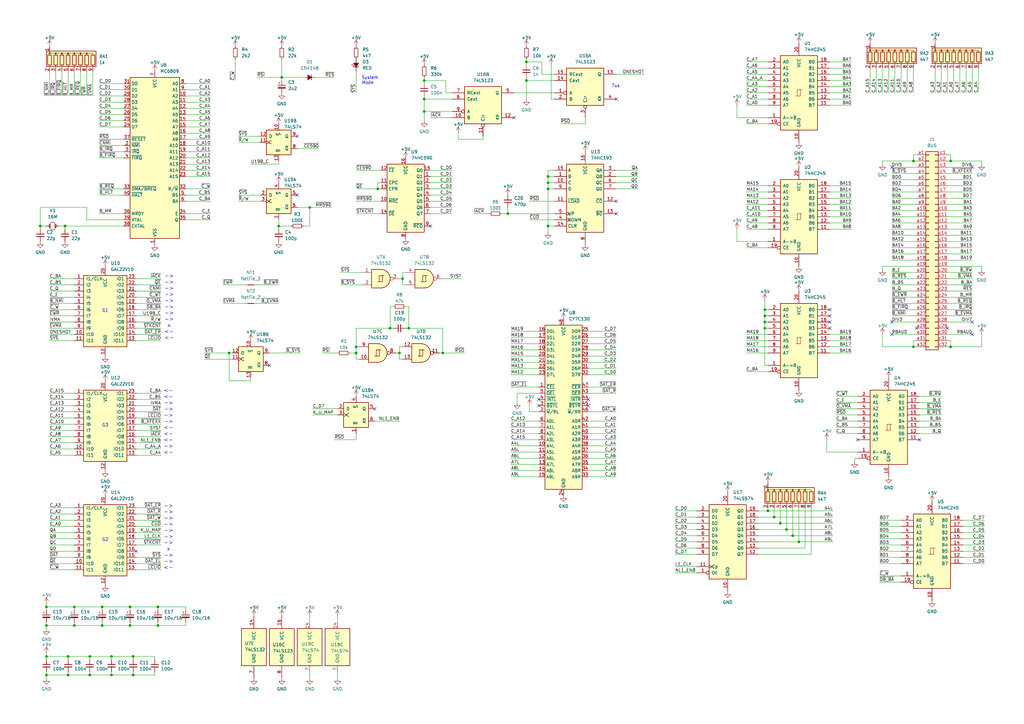
<source format=kicad_sch>
(kicad_sch (version 20231120) (generator "eeschema") (generator_version "8.0")
  (paper "A3")
  (title_block (title "CPU09MM3 Board") (date "2025-01-31") (rev "v1.0") (company "100% Offner") (comment 1 "v1.0: Initial") (comment 2 "Redrawn vrom kees1948 FLEX and UniFLEX Systems."))
  (junction (at 16.51 92.71))
  (junction (at 173.99 40.64))
  (junction (at 27.94 269.24))
  (junction (at 224.79 74.93))
  (junction (at 19.05 276.86))
  (junction (at 54.61 269.24))
  (junction (at 374.65 66.04))
  (junction (at 160.02 134.62))
  (junction (at 41.91 248.92))
  (junction (at 93.98 144.78))
  (junction (at 224.79 77.47))
  (junction (at 322.58 217.17))
  (junction (at 154.94 77.47))
  (junction (at 27.94 276.86))
  (junction (at 313.69 129.54))
  (junction (at 389.89 142.24))
  (junction (at 167.64 134.62))
  (junction (at 327.66 222.25))
  (junction (at 45.72 269.24))
  (junction (at 36.83 269.24))
  (junction (at 45.72 276.86))
  (junction (at 325.12 219.71))
  (junction (at 115.57 31.75))
  (junction (at 19.05 269.24))
  (junction (at 215.9 33.02))
  (junction (at 53.34 248.92))
  (junction (at 36.83 276.86))
  (junction (at 30.48 248.92))
  (junction (at 127 85.09))
  (junction (at 374.65 142.24))
  (junction (at 224.79 72.39))
  (junction (at 26.67 92.71))
  (junction (at 146.05 144.78))
  (junction (at 19.05 256.54))
  (junction (at 163.83 144.78))
  (junction (at 313.69 127))
  (junction (at 165.1 114.3))
  (junction (at 146.05 142.24))
  (junction (at 320.04 214.63))
  (junction (at 215.9 25.4))
  (junction (at 30.48 256.54))
  (junction (at 54.61 276.86))
  (junction (at 314.96 209.55))
  (junction (at 41.91 256.54))
  (junction (at 53.34 256.54))
  (junction (at 224.79 92.71))
  (junction (at 313.69 134.62))
  (junction (at 114.3 92.71))
  (junction (at 173.99 45.72))
  (junction (at 317.5 212.09))
  (junction (at 173.99 33.02))
  (junction (at 181.61 144.78))
  (junction (at 64.77 248.92))
  (junction (at 208.28 87.63))
  (junction (at 19.05 248.92))
  (junction (at 64.77 256.54))
  (junction (at 389.89 66.04))
  (junction (at 313.69 132.08))
  (no_connect (at 365.76 137.16))
  (no_connect (at 340.36 134.62))
  (no_connect (at 377.19 180.34))
  (no_connect (at 153.67 167.64))
  (no_connect (at 110.49 149.86))
  (no_connect (at 220.98 163.83))
  (no_connect (at 252.73 82.55))
  (no_connect (at 252.73 40.64))
  (no_connect (at 375.92 134.62))
  (no_connect (at 365.76 68.58))
  (no_connect (at 365.76 132.08))
  (no_connect (at 121.92 55.88))
  (no_connect (at 220.98 166.37))
  (no_connect (at 351.79 180.34))
  (no_connect (at 388.62 134.62))
  (no_connect (at 176.53 92.71))
  (no_connect (at 398.78 132.08))
  (no_connect (at 340.36 127))
  (no_connect (at 210.82 48.26))
  (no_connect (at 398.78 68.58))
  (no_connect (at 241.3 166.37))
  (no_connect (at 340.36 132.08))
  (no_connect (at 241.3 163.83))
  (no_connect (at 55.88 226.06))
  (no_connect (at 121.92 80.01))
  (no_connect (at 398.78 137.16))
  (no_connect (at 340.36 129.54))
  (no_connect (at 252.73 87.63))
  (wire (pts (xy 55.88 116.84) (xy 66.04 116.84)))
  (wire (pts (xy 340.36 43.18) (xy 349.25 43.18)))
  (wire (pts (xy 138.43 275.59) (xy 138.43 278.13)))
  (wire (pts (xy 25.4 29.21) (xy 25.4 39.37)))
  (wire (pts (xy 320.04 214.63) (xy 341.63 214.63)))
  (wire (pts (xy 76.2 44.45) (xy 86.36 44.45)))
  (wire (pts (xy 377.19 167.64) (xy 386.08 167.64)))
  (wire (pts (xy 252.73 77.47) (xy 261.62 77.47)))
  (wire (pts (xy 55.88 139.7) (xy 66.04 139.7)))
  (wire (pts (xy 386.08 38.1) (xy 386.08 27.94)))
  (wire (pts (xy 30.48 248.92) (xy 30.48 250.19)))
  (wire (pts (xy 388.62 106.68) (xy 398.78 106.68)))
  (wire (pts (xy 224.79 72.39) (xy 227.33 72.39)))
  (wire (pts (xy 340.36 137.16) (xy 349.25 137.16)))
  (wire (pts (xy 388.62 76.2) (xy 398.78 76.2)))
  (wire (pts (xy 215.9 33.02) (xy 215.9 31.75)))
  (wire (pts (xy 361.95 142.24) (xy 361.95 137.16)))
  (wire (pts (xy 360.68 228.6) (xy 369.57 228.6)))
  (wire (pts (xy 313.69 129.54) (xy 314.96 129.54)))
  (wire (pts (xy 181.61 114.3) (xy 189.23 114.3)))
  (wire (pts (xy 208.28 87.63) (xy 208.28 85.09)))
  (wire (pts (xy 322.58 208.28) (xy 322.58 217.17)))
  (wire (pts (xy 224.79 74.93) (xy 227.33 74.93)))
  (wire (pts (xy 20.32 223.52) (xy 30.48 223.52)))
  (wire (pts (xy 241.3 143.51) (xy 252.73 143.51)))
  (wire (pts (xy 342.9 167.64) (xy 351.79 167.64)))
  (wire (pts (xy 241.3 146.05) (xy 252.73 146.05)))
  (wire (pts (xy 388.62 81.28) (xy 398.78 81.28)))
  (wire (pts (xy 55.88 166.37) (xy 66.04 166.37)))
  (wire (pts (xy 388.62 93.98) (xy 398.78 93.98)))
  (wire (pts (xy 306.07 33.02) (xy 314.96 33.02)))
  (wire (pts (xy 173.99 33.02) (xy 182.88 33.02)))
  (wire (pts (xy 377.19 165.1) (xy 386.08 165.1)))
  (wire (pts (xy 124.46 92.71) (xy 127 92.71)))
  (wire (pts (xy 210.82 38.1) (xy 227.33 38.1)))
  (wire (pts (xy 388.62 83.82) (xy 398.78 83.82)))
  (wire (pts (xy 165.1 111.76) (xy 165.1 114.3)))
  (wire (pts (xy 361.95 66.04) (xy 361.95 67.31)))
  (wire (pts (xy 76.2 64.77) (xy 86.36 64.77)))
  (wire (pts (xy 388.62 78.74) (xy 398.78 78.74)))
  (wire (pts (xy 365.76 116.84) (xy 375.92 116.84)))
  (wire (pts (xy 227.33 69.85) (xy 224.79 69.85)))
  (wire (pts (xy 306.07 25.4) (xy 314.96 25.4)))
  (wire (pts (xy 313.69 127) (xy 313.69 129.54)))
  (wire (pts (xy 76.2 52.07) (xy 86.36 52.07)))
  (wire (pts (xy 76.2 69.85) (xy 86.36 69.85)))
  (wire (pts (xy 388.62 68.58) (xy 398.78 68.58)))
  (wire (pts (xy 76.2 36.83) (xy 86.36 36.83)))
  (wire (pts (xy 302.26 93.98) (xy 302.26 99.06)))
  (wire (pts (xy 24.13 92.71) (xy 26.67 92.71)))
  (wire (pts (xy 215.9 40.64) (xy 215.9 33.02)))
  (wire (pts (xy 146.05 180.34) (xy 146.05 177.8)))
  (wire (pts (xy 76.2 87.63) (xy 86.36 87.63)))
  (wire (pts (xy 160.02 134.62) (xy 146.05 134.62)))
  (wire (pts (xy 167.64 134.62) (xy 166.37 134.62)))
  (wire (pts (xy 20.32 231.14) (xy 30.48 231.14)))
  (wire (pts (xy 388.62 139.7) (xy 389.89 139.7)))
  (wire (pts (xy 19.05 269.24) (xy 19.05 270.51)))
  (wire (pts (xy 64.77 248.92) (xy 76.2 248.92)))
  (wire (pts (xy 20.32 181.61) (xy 30.48 181.61)))
  (wire (pts (xy 401.32 27.94) (xy 401.32 38.1)))
  (wire (pts (xy 365.76 121.92) (xy 375.92 121.92)))
  (wire (pts (xy 27.94 275.59) (xy 27.94 276.86)))
  (wire (pts (xy 76.2 72.39) (xy 86.36 72.39)))
  (wire (pts (xy 314.96 209.55) (xy 314.96 208.28)))
  (wire (pts (xy 146.05 29.21) (xy 146.05 38.1)))
  (wire (pts (xy 311.15 227.33) (xy 332.74 227.33)))
  (wire (pts (xy 41.91 248.92) (xy 41.91 250.19)))
  (wire (pts (xy 360.68 218.44) (xy 369.57 218.44)))
  (wire (pts (xy 93.98 156.21) (xy 93.98 144.78)))
  (wire (pts (xy 365.76 99.06) (xy 375.92 99.06)))
  (wire (pts (xy 55.88 231.14) (xy 66.04 231.14)))
  (wire (pts (xy 146.05 69.85) (xy 156.21 69.85)))
  (wire (pts (xy 340.36 27.94) (xy 349.25 27.94)))
  (wire (pts (xy 340.36 33.02) (xy 349.25 33.02)))
  (wire (pts (xy 64.77 255.27) (xy 64.77 256.54)))
  (wire (pts (xy 76.2 82.55) (xy 86.36 82.55)))
  (wire (pts (xy 241.3 172.72) (xy 252.73 172.72)))
  (wire (pts (xy 147.32 142.24) (xy 146.05 142.24)))
  (wire (pts (xy 166.37 111.76) (xy 165.1 111.76)))
  (wire (pts (xy 20.32 129.54) (xy 30.48 129.54)))
  (wire (pts (xy 360.68 215.9) (xy 369.57 215.9)))
  (wire (pts (xy 209.55 140.97) (xy 220.98 140.97)))
  (wire (pts (xy 360.68 231.14) (xy 369.57 231.14)))
  (wire (pts (xy 306.07 27.94) (xy 314.96 27.94)))
  (wire (pts (xy 209.55 190.5) (xy 220.98 190.5)))
  (wire (pts (xy 176.53 48.26) (xy 185.42 48.26)))
  (wire (pts (xy 226.06 40.64) (xy 226.06 26.67)))
  (wire (pts (xy 365.76 76.2) (xy 375.92 76.2)))
  (wire (pts (xy 313.69 132.08) (xy 314.96 132.08)))
  (wire (pts (xy 391.16 27.94) (xy 391.16 38.1)))
  (wire (pts (xy 30.48 255.27) (xy 30.48 256.54)))
  (wire (pts (xy 176.53 69.85) (xy 185.42 69.85)))
  (wire (pts (xy 209.55 158.75) (xy 220.98 158.75)))
  (wire (pts (xy 360.68 220.98) (xy 369.57 220.98)))
  (wire (pts (xy 76.2 34.29) (xy 86.36 34.29)))
  (wire (pts (xy 36.83 269.24) (xy 45.72 269.24)))
  (wire (pts (xy 224.79 77.47) (xy 224.79 92.71)))
  (wire (pts (xy 93.98 144.78) (xy 95.25 144.78)))
  (wire (pts (xy 128.27 170.18) (xy 138.43 170.18)))
  (wire (pts (xy 374.65 66.04) (xy 375.92 66.04)))
  (wire (pts (xy 19.05 256.54) (xy 19.05 257.81)))
  (wire (pts (xy 306.07 43.18) (xy 314.96 43.18)))
  (wire (pts (xy 16.51 85.09) (xy 16.51 92.71)))
  (wire (pts (xy 364.49 27.94) (xy 364.49 38.1)))
  (wire (pts (xy 241.3 168.91) (xy 252.73 168.91)))
  (wire (pts (xy 377.19 162.56) (xy 386.08 162.56)))
  (wire (pts (xy 97.79 55.88) (xy 106.68 55.88)))
  (wire (pts (xy 146.05 87.63) (xy 156.21 87.63)))
  (wire (pts (xy 209.55 146.05) (xy 220.98 146.05)))
  (wire (pts (xy 306.07 38.1) (xy 314.96 38.1)))
  (wire (pts (xy 55.88 129.54) (xy 66.04 129.54)))
  (wire (pts (xy 227.33 30.48) (xy 222.25 30.48)))
  (wire (pts (xy 181.61 144.78) (xy 190.5 144.78)))
  (wire (pts (xy 20.32 179.07) (xy 30.48 179.07)))
  (wire (pts (xy 375.92 142.24) (xy 374.65 142.24)))
  (wire (pts (xy 127 85.09) (xy 135.89 85.09)))
  (wire (pts (xy 252.73 72.39) (xy 261.62 72.39)))
  (wire (pts (xy 20.32 226.06) (xy 30.48 226.06)))
  (wire (pts (xy 97.79 82.55) (xy 106.68 82.55)))
  (wire (pts (xy 389.89 66.04) (xy 388.62 66.04)))
  (wire (pts (xy 19.05 267.97) (xy 19.05 269.24)))
  (wire (pts (xy 55.88 215.9) (xy 66.04 215.9)))
  (wire (pts (xy 365.76 127) (xy 375.92 127)))
  (wire (pts (xy 76.2 77.47) (xy 86.36 77.47)))
  (wire (pts (xy 217.17 82.55) (xy 227.33 82.55)))
  (wire (pts (xy 365.76 104.14) (xy 375.92 104.14)))
  (wire (pts (xy 165.1 116.84) (xy 166.37 116.84)))
  (wire (pts (xy 55.88 220.98) (xy 66.04 220.98)))
  (wire (pts (xy 306.07 40.64) (xy 314.96 40.64)))
  (wire (pts (xy 105.41 124.46) (xy 114.3 124.46)))
  (wire (pts (xy 388.62 88.9) (xy 398.78 88.9)))
  (wire (pts (xy 215.9 25.4) (xy 215.9 26.67)))
  (wire (pts (xy 40.64 36.83) (xy 50.8 36.83)))
  (wire (pts (xy 20.32 218.44) (xy 30.48 218.44)))
  (wire (pts (xy 176.53 80.01) (xy 185.42 80.01)))
  (wire (pts (xy 365.76 101.6) (xy 375.92 101.6)))
  (wire (pts (xy 306.07 144.78) (xy 314.96 144.78)))
  (wire (pts (xy 115.57 31.75) (xy 115.57 33.02)))
  (wire (pts (xy 313.69 127) (xy 314.96 127)))
  (wire (pts (xy 121.92 85.09) (xy 127 85.09)))
  (wire (pts (xy 340.36 35.56) (xy 349.25 35.56)))
  (wire (pts (xy 361.95 109.22) (xy 375.92 109.22)))
  (wire (pts (xy 40.64 46.99) (xy 50.8 46.99)))
  (wire (pts (xy 350.52 187.96) (xy 350.52 189.23)))
  (wire (pts (xy 173.99 33.02) (xy 173.99 34.29)))
  (wire (pts (xy 394.97 220.98) (xy 403.86 220.98)))
  (wire (pts (xy 224.79 92.71) (xy 224.79 95.25)))
  (wire (pts (xy 306.07 78.74) (xy 314.96 78.74)))
  (wire (pts (xy 76.2 59.69) (xy 86.36 59.69)))
  (wire (pts (xy 176.53 77.47) (xy 185.42 77.47)))
  (wire (pts (xy 76.2 57.15) (xy 86.36 57.15)))
  (wire (pts (xy 54.61 275.59) (xy 54.61 276.86)))
  (wire (pts (xy 55.88 181.61) (xy 66.04 181.61)))
  (wire (pts (xy 313.69 134.62) (xy 313.69 149.86)))
  (wire (pts (xy 110.49 144.78) (xy 123.19 144.78)))
  (wire (pts (xy 55.88 124.46) (xy 66.04 124.46)))
  (wire (pts (xy 342.9 170.18) (xy 351.79 170.18)))
  (wire (pts (xy 217.17 166.37) (xy 217.17 168.91)))
  (wire (pts (xy 91.44 124.46) (xy 100.33 124.46)))
  (wire (pts (xy 173.99 40.64) (xy 173.99 39.37)))
  (wire (pts (xy 365.76 106.68) (xy 375.92 106.68)))
  (wire (pts (xy 173.99 49.53) (xy 173.99 45.72)))
  (wire (pts (xy 306.07 142.24) (xy 314.96 142.24)))
  (wire (pts (xy 365.76 111.76) (xy 375.92 111.76)))
  (wire (pts (xy 215.9 25.4) (xy 222.25 25.4)))
  (wire (pts (xy 394.97 223.52) (xy 403.86 223.52)))
  (wire (pts (xy 76.2 80.01) (xy 86.36 80.01)))
  (wire (pts (xy 241.3 153.67) (xy 252.73 153.67)))
  (wire (pts (xy 365.76 73.66) (xy 375.92 73.66)))
  (wire (pts (xy 26.67 92.71) (xy 50.8 92.71)))
  (wire (pts (xy 325.12 219.71) (xy 341.63 219.71)))
  (wire (pts (xy 360.68 238.76) (xy 369.57 238.76)))
  (wire (pts (xy 241.3 161.29) (xy 252.73 161.29)))
  (wire (pts (xy 167.64 125.73) (xy 167.64 134.62)))
  (wire (pts (xy 402.59 109.22) (xy 402.59 110.49)))
  (wire (pts (xy 27.94 29.21) (xy 27.94 39.37)))
  (wire (pts (xy 374.65 66.04) (xy 361.95 66.04)))
  (wire (pts (xy 55.88 171.45) (xy 66.04 171.45)))
  (wire (pts (xy 360.68 226.06) (xy 369.57 226.06)))
  (wire (pts (xy 55.88 114.3) (xy 66.04 114.3)))
  (wire (pts (xy 45.72 276.86) (xy 54.61 276.86)))
  (wire (pts (xy 365.76 68.58) (xy 375.92 68.58)))
  (wire (pts (xy 350.52 187.96) (xy 351.79 187.96)))
  (wire (pts (xy 20.32 166.37) (xy 30.48 166.37)))
  (wire (pts (xy 20.32 132.08) (xy 30.48 132.08)))
  (wire (pts (xy 76.2 248.92) (xy 76.2 250.19)))
  (wire (pts (xy 19.05 256.54) (xy 30.48 256.54)))
  (wire (pts (xy 396.24 27.94) (xy 396.24 38.1)))
  (wire (pts (xy 173.99 45.72) (xy 185.42 45.72)))
  (wire (pts (xy 96.52 24.13) (xy 96.52 33.02)))
  (wire (pts (xy 20.32 127) (xy 30.48 127)))
  (wire (pts (xy 55.88 210.82) (xy 66.04 210.82)))
  (wire (pts (xy 76.2 41.91) (xy 86.36 41.91)))
  (wire (pts (xy 302.26 48.26) (xy 314.96 48.26)))
  (wire (pts (xy 55.88 228.6) (xy 66.04 228.6)))
  (wire (pts (xy 26.67 92.71) (xy 26.67 93.98)))
  (wire (pts (xy 377.19 175.26) (xy 386.08 175.26)))
  (wire (pts (xy 167.64 134.62) (xy 181.61 134.62)))
  (wire (pts (xy 209.55 180.34) (xy 220.98 180.34)))
  (wire (pts (xy 53.34 248.92) (xy 53.34 250.19)))
  (wire (pts (xy 209.55 177.8) (xy 220.98 177.8)))
  (wire (pts (xy 241.3 177.8) (xy 252.73 177.8)))
  (wire (pts (xy 361.95 109.22) (xy 361.95 110.49)))
  (wire (pts (xy 83.82 147.32) (xy 95.25 147.32)))
  (wire (pts (xy 365.76 114.3) (xy 375.92 114.3)))
  (wire (pts (xy 377.19 170.18) (xy 386.08 170.18)))
  (wire (pts (xy 377.19 177.8) (xy 386.08 177.8)))
  (wire (pts (xy 55.88 223.52) (xy 66.04 223.52)))
  (wire (pts (xy 209.55 193.04) (xy 220.98 193.04)))
  (wire (pts (xy 33.02 29.21) (xy 33.02 39.37)))
  (wire (pts (xy 340.36 93.98) (xy 349.25 93.98)))
  (wire (pts (xy 360.68 236.22) (xy 369.57 236.22)))
  (wire (pts (xy 20.32 161.29) (xy 30.48 161.29)))
  (wire (pts (xy 224.79 77.47) (xy 227.33 77.47)))
  (wire (pts (xy 40.64 34.29) (xy 50.8 34.29)))
  (wire (pts (xy 53.34 255.27) (xy 53.34 256.54)))
  (wire (pts (xy 76.2 67.31) (xy 86.36 67.31)))
  (wire (pts (xy 27.94 269.24) (xy 27.94 270.51)))
  (wire (pts (xy 340.36 139.7) (xy 349.25 139.7)))
  (wire (pts (xy 306.07 83.82) (xy 314.96 83.82)))
  (wire (pts (xy 359.41 38.1) (xy 359.41 27.94)))
  (wire (pts (xy 20.32 163.83) (xy 30.48 163.83)))
  (wire (pts (xy 340.36 78.74) (xy 349.25 78.74)))
  (wire (pts (xy 360.68 213.36) (xy 369.57 213.36)))
  (wire (pts (xy 181.61 144.78) (xy 180.34 144.78)))
  (wire (pts (xy 97.79 80.01) (xy 106.68 80.01)))
  (wire (pts (xy 306.07 93.98) (xy 314.96 93.98)))
  (wire (pts (xy 365.76 132.08) (xy 375.92 132.08)))
  (wire (pts (xy 241.3 190.5) (xy 252.73 190.5)))
  (wire (pts (xy 365.76 91.44) (xy 375.92 91.44)))
  (wire (pts (xy 166.37 125.73) (xy 167.64 125.73)))
  (wire (pts (xy 154.94 74.93) (xy 154.94 77.47)))
  (wire (pts (xy 241.3 138.43) (xy 252.73 138.43)))
  (wire (pts (xy 325.12 208.28) (xy 325.12 219.71)))
  (wire (pts (xy 102.87 156.21) (xy 93.98 156.21)))
  (wire (pts (xy 311.15 214.63) (xy 320.04 214.63)))
  (wire (pts (xy 19.05 269.24) (xy 27.94 269.24)))
  (wire (pts (xy 19.05 247.65) (xy 19.05 248.92)))
  (wire (pts (xy 187.96 54.61) (xy 187.96 57.15)))
  (wire (pts (xy 327.66 222.25) (xy 341.63 222.25)))
  (wire (pts (xy 388.62 127) (xy 398.78 127)))
  (wire (pts (xy 222.25 25.4) (xy 222.25 30.48)))
  (wire (pts (xy 40.64 41.91) (xy 50.8 41.91)))
  (wire (pts (xy 20.32 114.3) (xy 30.48 114.3)))
  (wire (pts (xy 241.3 140.97) (xy 252.73 140.97)))
  (wire (pts (xy 389.89 142.24) (xy 402.59 142.24)))
  (wire (pts (xy 19.05 248.92) (xy 19.05 250.19)))
  (wire (pts (xy 224.79 69.85) (xy 224.79 72.39)))
  (wire (pts (xy 340.36 76.2) (xy 349.25 76.2)))
  (wire (pts (xy 374.65 139.7) (xy 374.65 142.24)))
  (wire (pts (xy 342.9 165.1) (xy 351.79 165.1)))
  (wire (pts (xy 302.26 99.06) (xy 314.96 99.06)))
  (wire (pts (xy 55.88 173.99) (xy 66.04 173.99)))
  (wire (pts (xy 40.64 77.47) (xy 50.8 77.47)))
  (wire (pts (xy 388.62 121.92) (xy 398.78 121.92)))
  (wire (pts (xy 20.32 215.9) (xy 30.48 215.9)))
  (wire (pts (xy 306.07 81.28) (xy 314.96 81.28)))
  (wire (pts (xy 40.64 87.63) (xy 50.8 87.63)))
  (wire (pts (xy 127 252.73) (xy 127 255.27)))
  (wire (pts (xy 19.05 276.86) (xy 27.94 276.86)))
  (wire (pts (xy 285.75 212.09) (xy 276.86 212.09)))
  (wire (pts (xy 102.87 67.31) (xy 114.3 67.31)))
  (wire (pts (xy 311.15 217.17) (xy 322.58 217.17)))
  (wire (pts (xy 146.05 142.24) (xy 146.05 144.78)))
  (wire (pts (xy 36.83 275.59) (xy 36.83 276.86)))
  (wire (pts (xy 340.36 25.4) (xy 349.25 25.4)))
  (wire (pts (xy 20.32 137.16) (xy 30.48 137.16)))
  (wire (pts (xy 161.29 134.62) (xy 160.02 134.62)))
  (wire (pts (xy 97.79 58.42) (xy 106.68 58.42)))
  (wire (pts (xy 383.54 38.1) (xy 383.54 27.94)))
  (wire (pts (xy 76.2 90.17) (xy 86.36 90.17)))
  (wire (pts (xy 360.68 223.52) (xy 369.57 223.52)))
  (wire (pts (xy 208.28 87.63) (xy 227.33 87.63)))
  (wire (pts (xy 365.76 71.12) (xy 375.92 71.12)))
  (wire (pts (xy 182.88 33.02) (xy 182.88 38.1)))
  (wire (pts (xy 163.83 142.24) (xy 163.83 144.78)))
  (wire (pts (xy 41.91 255.27) (xy 41.91 256.54)))
  (wire (pts (xy 365.76 129.54) (xy 375.92 129.54)))
  (wire (pts (xy 320.04 208.28) (xy 320.04 214.63)))
  (wire (pts (xy 138.43 252.73) (xy 138.43 255.27)))
  (wire (pts (xy 241.3 175.26) (xy 252.73 175.26)))
  (wire (pts (xy 306.07 30.48) (xy 314.96 30.48)))
  (wire (pts (xy 313.69 134.62) (xy 314.96 134.62)))
  (wire (pts (xy 365.76 96.52) (xy 375.92 96.52)))
  (wire (pts (xy 20.32 139.7) (xy 30.48 139.7)))
  (wire (pts (xy 163.83 114.3) (xy 165.1 114.3)))
  (wire (pts (xy 285.75 209.55) (xy 276.86 209.55)))
  (wire (pts (xy 342.9 175.26) (xy 351.79 175.26)))
  (wire (pts (xy 36.83 276.86) (xy 45.72 276.86)))
  (wire (pts (xy 241.3 158.75) (xy 252.73 158.75)))
  (wire (pts (xy 176.53 74.93) (xy 185.42 74.93)))
  (wire (pts (xy 40.64 49.53) (xy 50.8 49.53)))
  (wire (pts (xy 22.86 39.37) (xy 22.86 29.21)))
  (wire (pts (xy 55.88 186.69) (xy 66.04 186.69)))
  (wire (pts (xy 45.72 269.24) (xy 54.61 269.24)))
  (wire (pts (xy 365.76 93.98) (xy 375.92 93.98)))
  (wire (pts (xy 55.88 134.62) (xy 66.04 134.62)))
  (wire (pts (xy 146.05 147.32) (xy 147.32 147.32)))
  (wire (pts (xy 241.3 180.34) (xy 252.73 180.34)))
  (wire (pts (xy 311.15 224.79) (xy 330.2 224.79)))
  (wire (pts (xy 55.88 119.38) (xy 66.04 119.38)))
  (wire (pts (xy 356.87 38.1) (xy 356.87 27.94)))
  (wire (pts (xy 241.3 195.58) (xy 252.73 195.58)))
  (wire (pts (xy 306.07 86.36) (xy 314.96 86.36)))
  (wire (pts (xy 241.3 193.04) (xy 252.73 193.04)))
  (wire (pts (xy 388.62 27.94) (xy 388.62 38.1)))
  (wire (pts (xy 285.75 227.33) (xy 276.86 227.33)))
  (wire (pts (xy 64.77 256.54) (xy 76.2 256.54)))
  (wire (pts (xy 285.75 224.79) (xy 276.86 224.79)))
  (wire (pts (xy 76.2 54.61) (xy 86.36 54.61)))
  (wire (pts (xy 339.09 180.34) (xy 339.09 185.42)))
  (wire (pts (xy 185.42 38.1) (xy 182.88 38.1)))
  (wire (pts (xy 388.62 101.6) (xy 398.78 101.6)))
  (wire (pts (xy 365.76 124.46) (xy 375.92 124.46)))
  (wire (pts (xy 55.88 168.91) (xy 66.04 168.91)))
  (wire (pts (xy 209.55 182.88) (xy 220.98 182.88)))
  (wire (pts (xy 241.3 185.42) (xy 252.73 185.42)))
  (wire (pts (xy 163.83 144.78) (xy 163.83 147.32)))
  (wire (pts (xy 241.3 182.88) (xy 252.73 182.88)))
  (wire (pts (xy 340.36 40.64) (xy 349.25 40.64)))
  (wire (pts (xy 375.92 63.5) (xy 374.65 63.5)))
  (wire (pts (xy 76.2 62.23) (xy 86.36 62.23)))
  (wire (pts (xy 388.62 73.66) (xy 398.78 73.66)))
  (wire (pts (xy 217.17 90.17) (xy 227.33 90.17)))
  (wire (pts (xy 55.88 179.07) (xy 66.04 179.07)))
  (wire (pts (xy 367.03 38.1) (xy 367.03 27.94)))
  (wire (pts (xy 394.97 226.06) (xy 403.86 226.06)))
  (wire (pts (xy 209.55 148.59) (xy 220.98 148.59)))
  (wire (pts (xy 20.32 124.46) (xy 30.48 124.46)))
  (wire (pts (xy 127 275.59) (xy 127 278.13)))
  (wire (pts (xy 139.7 111.76) (xy 148.59 111.76)))
  (wire (pts (xy 388.62 116.84) (xy 398.78 116.84)))
  (wire (pts (xy 388.62 96.52) (xy 398.78 96.52)))
  (wire (pts (xy 54.61 269.24) (xy 63.5 269.24)))
  (wire (pts (xy 389.89 139.7) (xy 389.89 142.24)))
  (wire (pts (xy 241.3 148.59) (xy 252.73 148.59)))
  (wire (pts (xy 19.05 255.27) (xy 19.05 256.54)))
  (wire (pts (xy 209.55 195.58) (xy 220.98 195.58)))
  (wire (pts (xy 342.9 162.56) (xy 351.79 162.56)))
  (wire (pts (xy 388.62 63.5) (xy 389.89 63.5)))
  (wire (pts (xy 114.3 93.98) (xy 114.3 92.71)))
  (wire (pts (xy 209.55 187.96) (xy 220.98 187.96)))
  (wire (pts (xy 153.67 172.72) (xy 163.83 172.72)))
  (wire (pts (xy 365.76 137.16) (xy 375.92 137.16)))
  (wire (pts (xy 173.99 45.72) (xy 173.99 40.64)))
  (wire (pts (xy 252.73 74.93) (xy 261.62 74.93)))
  (wire (pts (xy 372.11 38.1) (xy 372.11 27.94)))
  (wire (pts (xy 342.9 177.8) (xy 351.79 177.8)))
  (wire (pts (xy 340.36 81.28) (xy 349.25 81.28)))
  (wire (pts (xy 198.12 57.15) (xy 198.12 55.88)))
  (wire (pts (xy 393.7 38.1) (xy 393.7 27.94)))
  (wire (pts (xy 306.07 152.4) (xy 314.96 152.4)))
  (wire (pts (xy 54.61 269.24) (xy 54.61 270.51)))
  (wire (pts (xy 398.78 129.54) (xy 388.62 129.54)))
  (wire (pts (xy 105.41 116.84) (xy 114.3 116.84)))
  (wire (pts (xy 63.5 269.24) (xy 63.5 270.51)))
  (wire (pts (xy 143.51 144.78) (xy 146.05 144.78)))
  (wire (pts (xy 55.88 184.15) (xy 66.04 184.15)))
  (wire (pts (xy 402.59 66.04) (xy 402.59 67.31)))
  (wire (pts (xy 146.05 134.62) (xy 146.05 142.24)))
  (wire (pts (xy 388.62 104.14) (xy 398.78 104.14)))
  (wire (pts (xy 241.3 151.13) (xy 252.73 151.13)))
  (wire (pts (xy 388.62 111.76) (xy 398.78 111.76)))
  (wire (pts (xy 146.05 82.55) (xy 156.21 82.55)))
  (wire (pts (xy 306.07 139.7) (xy 314.96 139.7)))
  (wire (pts (xy 35.56 90.17) (xy 50.8 90.17)))
  (wire (pts (xy 20.32 210.82) (xy 30.48 210.82)))
  (wire (pts (xy 20.32 39.37) (xy 20.32 29.21)))
  (wire (pts (xy 212.09 161.29) (xy 220.98 161.29)))
  (wire (pts (xy 76.2 46.99) (xy 86.36 46.99)))
  (wire (pts (xy 285.75 222.25) (xy 276.86 222.25)))
  (wire (pts (xy 165.1 114.3) (xy 165.1 116.84)))
  (wire (pts (xy 209.55 143.51) (xy 220.98 143.51)))
  (wire (pts (xy 313.69 123.19) (xy 313.69 127)))
  (wire (pts (xy 241.3 187.96) (xy 252.73 187.96)))
  (wire (pts (xy 162.56 144.78) (xy 163.83 144.78)))
  (wire (pts (xy 394.97 215.9) (xy 403.86 215.9)))
  (wire (pts (xy 55.88 218.44) (xy 66.04 218.44)))
  (wire (pts (xy 20.32 171.45) (xy 30.48 171.45)))
  (wire (pts (xy 340.36 88.9) (xy 349.25 88.9)))
  (wire (pts (xy 340.36 91.44) (xy 349.25 91.44)))
  (wire (pts (xy 20.32 176.53) (xy 30.48 176.53)))
  (wire (pts (xy 40.64 62.23) (xy 50.8 62.23)))
  (wire (pts (xy 388.62 99.06) (xy 398.78 99.06)))
  (wire (pts (xy 64.77 248.92) (xy 64.77 250.19)))
  (wire (pts (xy 55.88 127) (xy 66.04 127)))
  (wire (pts (xy 398.78 38.1) (xy 398.78 27.94)))
  (wire (pts (xy 252.73 30.48) (xy 264.16 30.48)))
  (wire (pts (xy 388.62 119.38) (xy 398.78 119.38)))
  (wire (pts (xy 132.08 144.78) (xy 138.43 144.78)))
  (wire (pts (xy 365.76 86.36) (xy 375.92 86.36)))
  (wire (pts (xy 35.56 39.37) (xy 35.56 29.21)))
  (wire (pts (xy 41.91 256.54) (xy 53.34 256.54)))
  (wire (pts (xy 115.57 24.13) (xy 115.57 31.75)))
  (wire (pts (xy 311.15 222.25) (xy 327.66 222.25)))
  (wire (pts (xy 340.36 144.78) (xy 349.25 144.78)))
  (wire (pts (xy 374.65 142.24) (xy 361.95 142.24)))
  (wire (pts (xy 27.94 269.24) (xy 36.83 269.24)))
  (wire (pts (xy 394.97 231.14) (xy 403.86 231.14)))
  (wire (pts (xy 20.32 213.36) (xy 30.48 213.36)))
  (wire (pts (xy 313.69 132.08) (xy 313.69 134.62)))
  (wire (pts (xy 55.88 213.36) (xy 66.04 213.36)))
  (wire (pts (xy 139.7 116.84) (xy 148.59 116.84)))
  (wire (pts (xy 313.69 149.86) (xy 314.96 149.86)))
  (wire (pts (xy 365.76 81.28) (xy 375.92 81.28)))
  (wire (pts (xy 388.62 91.44) (xy 398.78 91.44)))
  (wire (pts (xy 30.48 39.37) (xy 30.48 29.21)))
  (wire (pts (xy 20.32 184.15) (xy 30.48 184.15)))
  (wire (pts (xy 114.3 92.71) (xy 119.38 92.71)))
  (wire (pts (xy 76.2 39.37) (xy 86.36 39.37)))
  (wire (pts (xy 154.94 74.93) (xy 156.21 74.93)))
  (wire (pts (xy 388.62 71.12) (xy 398.78 71.12)))
  (wire (pts (xy 314.96 209.55) (xy 341.63 209.55)))
  (wire (pts (xy 388.62 132.08) (xy 398.78 132.08)))
  (wire (pts (xy 306.07 91.44) (xy 314.96 91.44)))
  (wire (pts (xy 55.88 121.92) (xy 66.04 121.92)))
  (wire (pts (xy 55.88 176.53) (xy 66.04 176.53)))
  (wire (pts (xy 327.66 208.28) (xy 327.66 222.25)))
  (wire (pts (xy 389.89 63.5) (xy 389.89 66.04)))
  (wire (pts (xy 209.55 185.42) (xy 220.98 185.42)))
  (wire (pts (xy 377.19 172.72) (xy 386.08 172.72)))
  (wire (pts (xy 30.48 248.92) (xy 41.91 248.92)))
  (wire (pts (xy 41.91 248.92) (xy 53.34 248.92)))
  (wire (pts (xy 20.32 134.62) (xy 30.48 134.62)))
  (wire (pts (xy 306.07 88.9) (xy 314.96 88.9)))
  (wire (pts (xy 76.2 255.27) (xy 76.2 256.54)))
  (wire (pts (xy 276.86 234.95) (xy 285.75 234.95)))
  (wire (pts (xy 83.82 144.78) (xy 93.98 144.78)))
  (wire (pts (xy 394.97 213.36) (xy 403.86 213.36)))
  (wire (pts (xy 54.61 276.86) (xy 63.5 276.86)))
  (wire (pts (xy 53.34 256.54) (xy 64.77 256.54)))
  (wire (pts (xy 176.53 85.09) (xy 185.42 85.09)))
  (wire (pts (xy 388.62 137.16) (xy 398.78 137.16)))
  (wire (pts (xy 187.96 57.15) (xy 198.12 57.15)))
  (wire (pts (xy 146.05 77.47) (xy 154.94 77.47)))
  (wire (pts (xy 212.09 165.1) (xy 212.09 161.29)))
  (wire (pts (xy 311.15 209.55) (xy 314.96 209.55)))
  (wire (pts (xy 40.64 64.77) (xy 50.8 64.77)))
  (wire (pts (xy 176.53 87.63) (xy 185.42 87.63)))
  (wire (pts (xy 176.53 72.39) (xy 185.42 72.39)))
  (wire (pts (xy 185.42 40.64) (xy 173.99 40.64)))
  (wire (pts (xy 340.36 38.1) (xy 349.25 38.1)))
  (wire (pts (xy 91.44 116.84) (xy 100.33 116.84)))
  (wire (pts (xy 154.94 77.47) (xy 156.21 77.47)))
  (wire (pts (xy 340.36 86.36) (xy 349.25 86.36)))
  (wire (pts (xy 20.32 208.28) (xy 30.48 208.28)))
  (wire (pts (xy 217.17 168.91) (xy 220.98 168.91)))
  (wire (pts (xy 105.41 31.75) (xy 115.57 31.75)))
  (wire (pts (xy 340.36 142.24) (xy 349.25 142.24)))
  (wire (pts (xy 339.09 185.42) (xy 351.79 185.42)))
  (wire (pts (xy 285.75 217.17) (xy 276.86 217.17)))
  (wire (pts (xy 388.62 109.22) (xy 402.59 109.22)))
  (wire (pts (xy 311.15 219.71) (xy 325.12 219.71)))
  (wire (pts (xy 114.3 92.71) (xy 114.3 90.17)))
  (wire (pts (xy 224.79 92.71) (xy 227.33 92.71)))
  (wire (pts (xy 40.64 39.37) (xy 50.8 39.37)))
  (wire (pts (xy 317.5 212.09) (xy 317.5 208.28)))
  (wire (pts (xy 209.55 151.13) (xy 220.98 151.13)))
  (wire (pts (xy 45.72 269.24) (xy 45.72 270.51)))
  (wire (pts (xy 19.05 276.86) (xy 19.05 278.13)))
  (wire (pts (xy 361.95 27.94) (xy 361.95 38.1)))
  (wire (pts (xy 369.57 27.94) (xy 369.57 38.1)))
  (wire (pts (xy 209.55 172.72) (xy 220.98 172.72)))
  (wire (pts (xy 313.69 129.54) (xy 313.69 132.08)))
  (wire (pts (xy 173.99 31.75) (xy 173.99 33.02)))
  (wire (pts (xy 137.16 180.34) (xy 146.05 180.34)))
  (wire (pts (xy 160.02 134.62) (xy 160.02 125.73)))
  (wire (pts (xy 241.3 135.89) (xy 252.73 135.89)))
  (wire (pts (xy 55.88 163.83) (xy 66.04 163.83)))
  (wire (pts (xy 76.2 49.53) (xy 86.36 49.53)))
  (wire (pts (xy 160.02 125.73) (xy 161.29 125.73)))
  (wire (pts (xy 20.32 116.84) (xy 30.48 116.84)))
  (wire (pts (xy 209.55 135.89) (xy 220.98 135.89)))
  (wire (pts (xy 365.76 78.74) (xy 375.92 78.74)))
  (wire (pts (xy 330.2 208.28) (xy 330.2 224.79)))
  (wire (pts (xy 388.62 114.3) (xy 398.78 114.3)))
  (wire (pts (xy 374.65 27.94) (xy 374.65 38.1)))
  (wire (pts (xy 306.07 76.2) (xy 314.96 76.2)))
  (wire (pts (xy 306.07 50.8) (xy 314.96 50.8)))
  (wire (pts (xy 130.81 60.96) (xy 121.92 60.96)))
  (wire (pts (xy 128.27 167.64) (xy 138.43 167.64)))
  (wire (pts (xy 194.31 87.63) (xy 200.66 87.63)))
  (wire (pts (xy 340.36 30.48) (xy 349.25 30.48)))
  (wire (pts (xy 35.56 85.09) (xy 16.51 85.09)))
  (wire (pts (xy 398.78 124.46) (xy 388.62 124.46)))
  (wire (pts (xy 40.64 57.15) (xy 50.8 57.15)))
  (wire (pts (xy 40.64 59.69) (xy 50.8 59.69)))
  (wire (pts (xy 402.59 142.24) (xy 402.59 137.16)))
  (wire (pts (xy 40.64 80.01) (xy 50.8 80.01)))
  (wire (pts (xy 285.75 214.63) (xy 276.86 214.63)))
  (wire (pts (xy 45.72 275.59) (xy 45.72 276.86)))
  (wire (pts (xy 55.88 137.16) (xy 66.04 137.16)))
  (wire (pts (xy 209.55 175.26) (xy 220.98 175.26)))
  (wire (pts (xy 55.88 208.28) (xy 66.04 208.28)))
  (wire (pts (xy 63.5 275.59) (xy 63.5 276.86)))
  (wire (pts (xy 35.56 90.17) (xy 35.56 85.09)))
  (wire (pts (xy 365.76 83.82) (xy 375.92 83.82)))
  (wire (pts (xy 102.87 154.94) (xy 102.87 156.21)))
  (wire (pts (xy 36.83 269.24) (xy 36.83 270.51)))
  (wire (pts (xy 340.36 83.82) (xy 349.25 83.82)))
  (wire (pts (xy 127 85.09) (xy 127 92.71)))
  (wire (pts (xy 375.92 139.7) (xy 374.65 139.7)))
  (wire (pts (xy 19.05 248.92) (xy 30.48 248.92)))
  (wire (pts (xy 224.79 74.93) (xy 224.79 77.47)))
  (wire (pts (xy 365.76 119.38) (xy 375.92 119.38)))
  (wire (pts (xy 40.64 52.07) (xy 50.8 52.07)))
  (wire (pts (xy 27.94 276.86) (xy 36.83 276.86)))
  (wire (pts (xy 16.51 92.71) (xy 19.05 92.71)))
  (wire (pts (xy 146.05 144.78) (xy 146.05 147.32)))
  (wire (pts (xy 163.83 147.32) (xy 165.1 147.32)))
  (wire (pts (xy 20.32 228.6) (xy 30.48 228.6)))
  (wire (pts (xy 30.48 256.54) (xy 41.91 256.54)))
  (wire (pts (xy 20.32 173.99) (xy 30.48 173.99)))
  (wire (pts (xy 306.07 35.56) (xy 314.96 35.56)))
  (wire (pts (xy 240.03 50.8) (xy 240.03 48.26)))
  (wire (pts (xy 394.97 218.44) (xy 403.86 218.44)))
  (wire (pts (xy 276.86 232.41) (xy 285.75 232.41)))
  (wire (pts (xy 19.05 275.59) (xy 19.05 276.86)))
  (wire (pts (xy 388.62 142.24) (xy 389.89 142.24)))
  (wire (pts (xy 209.55 153.67) (xy 220.98 153.67)))
  (wire (pts (xy 306.07 101.6) (xy 314.96 101.6)))
  (wire (pts (xy 394.97 228.6) (xy 403.86 228.6)))
  (wire (pts (xy 306.07 137.16) (xy 314.96 137.16)))
  (wire (pts (xy 252.73 69.85) (xy 261.62 69.85)))
  (wire (pts (xy 374.65 63.5) (xy 374.65 66.04)))
  (wire (pts (xy 16.51 92.71) (xy 16.51 93.98)))
  (wire (pts (xy 20.32 168.91) (xy 30.48 168.91)))
  (wire (pts (xy 38.1 29.21) (xy 38.1 39.37)))
  (wire (pts (xy 227.33 33.02) (xy 215.9 33.02)))
  (wire (pts (xy 389.89 66.04) (xy 402.59 66.04)))
  (wire (pts (xy 209.55 138.43) (xy 220.98 138.43)))
  (wire (pts (xy 20.32 186.69) (xy 30.48 186.69)))
  (wire (pts (xy 311.15 212.09) (xy 317.5 212.09)))
  (wire (pts (xy 205.74 87.63) (xy 208.28 87.63)))
  (wire (pts (xy 322.58 217.17) (xy 341.63 217.17)))
  (wire (pts (xy 55.88 132.08) (xy 66.04 132.08)))
  (wire (pts (xy 342.9 172.72) (xy 351.79 172.72)))
  (wire (pts (xy 285.75 219.71) (xy 276.86 219.71)))
  (wire (pts (xy 224.79 72.39) (xy 224.79 74.93)))
  (wire (pts (xy 317.5 212.09) (xy 341.63 212.09)))
  (wire (pts (xy 229.87 50.8) (xy 240.03 50.8)))
  (wire (pts (xy 227.33 40.64) (xy 226.06 40.64)))
  (wire (pts (xy 165.1 142.24) (xy 163.83 142.24)))
  (wire (pts (xy 129.54 31.75) (xy 137.16 31.75)))
  (wire (pts (xy 114.3 67.31) (xy 114.3 66.04)))
  (wire (pts (xy 124.46 31.75) (xy 115.57 31.75)))
  (wire (pts (xy 20.32 220.98) (xy 30.48 220.98)))
  (wire (pts (xy 388.62 86.36) (xy 398.78 86.36)))
  (wire (pts (xy 176.53 82.55) (xy 185.42 82.55)))
  (wire (pts (xy 55.88 161.29) (xy 66.04 161.29)))
  (wire (pts (xy 215.9 24.13) (xy 215.9 25.4)))
  (wire (pts (xy 20.32 233.68) (xy 30.48 233.68)))
  (wire (pts (xy 53.34 248.92) (xy 64.77 248.92)))
  (wire (pts (xy 55.88 233.68) (xy 66.04 233.68)))
  (wire (pts (xy 302.26 43.18) (xy 302.26 48.26)))
  (wire (pts (xy 332.74 208.28) (xy 332.74 227.33)))
  (wire (pts (xy 20.32 119.38) (xy 30.48 119.38)))
  (wire (pts (xy 365.76 88.9) (xy 375.92 88.9)))
  (wire (pts (xy 20.32 121.92) (xy 30.48 121.92)))
  (wire (pts (xy 40.64 44.45) (xy 50.8 44.45)))
  (wire (pts (xy 181.61 134.62) (xy 181.61 144.78)))
  (text "->\n->\n->\n->\n->\n->\n->\n->\nx\n<-\n<-" (at 69.342 125.984 0) (effects (font (size 1.5748 1.5748))))
  (text "G3\n" (at 43.18 174.498 0) (effects (font (size 1.27 1.27))))
  (text "G1\n" (at 43.18 127.508 0) (effects (font (size 1.27 1.27))))
  (text "<-\n<-\n->\n->\n->\n->\n<-\n<-\n<-\n->\n<-" (at 69.088 172.974 0) (effects (font (size 1.5748 1.5748))))
  (text "System\nMode" (at 148.336 33.02 0) (effects (font (size 1.27 1.27)) (justify left)))
  (text "7us" (at 252.476 35.306 0) (effects (font (size 1.27 1.27))))
  (text "G2" (at 43.18 221.488 0) (effects (font (size 1.27 1.27))))
  (text "->\n->\n->\n->\n->\n->\n->\nx\n->\n->\n<-" (at 69.088 220.218 0) (effects (font (size 1.5748 1.5748))))
  (label "K_U_MAP" (at 66.04 218.44 180))
  (label "BA15" (at 349.25 76.2 180))
  (label "C_D2" (at 276.86 214.63 0))
  (label "~{B_VMA}" (at 386.08 167.64 180))
  (label "C_A1" (at 388.62 38.1 90))
  (label "C_A0" (at 306.07 43.18 0))
  (label "~{DB_BA}" (at 360.68 238.76 0))
  (label "C_A11" (at 20.32 171.45 0))
  (label "MA17" (at 306.07 142.24 0))
  (label "~{SYS}" (at 97.79 55.88 0))
  (label "~{RSO}" (at 190.5 144.78 180))
  (label "C_E" (at 342.9 165.1 0))
  (label "~{DAT_ER}" (at 66.04 137.16 180))
  (label "L1_CLK" (at 276.86 232.41 0))
  (label "~{B_REQ}" (at 40.64 77.47 0))
  (label "NL1_ENB" (at 163.83 172.72 180))
  (label "C_D2" (at 252.73 148.59 180))
  (label "C_A6" (at 252.73 187.96 180))
  (label "~{DAT_ER}" (at 66.04 208.28 180))
  (label "~{C_W}" (at 86.36 77.47 180))
  (label "C_BA" (at 20.32 114.3 0))
  (label "C_D6" (at 252.73 138.43 180))
  (label "C_D5" (at 252.73 140.97 180))
  (label "~{B_SYS}" (at 139.7 116.84 0))
  (label "~{DAT_EL}" (at 209.55 158.75 0))
  (label "~{RES}" (at 137.16 31.75 180))
  (label "BA3" (at 349.25 35.56 180))
  (label "~{B_XFEXX}" (at 398.78 71.12 180))
  (label "BD0" (at 365.76 73.66 0))
  (label "K_U_MAP" (at 128.27 170.18 0))
  (label "C_A3" (at 306.07 35.56 0))
  (label "QB" (at 261.62 72.39 180))
  (label "C_A9" (at 372.11 38.1 90))
  (label "~{QE}" (at 146.05 77.47 0))
  (label "C_A4" (at 66.04 186.69 180))
  (label "BA17" (at 398.78 104.14 180))
  (label "BA5" (at 349.25 30.48 180))
  (label "C_A2" (at 20.32 210.82 0))
  (label "~{EWR}" (at 35.56 39.37 90))
  (label "C_D6" (at 276.86 224.79 0))
  (label "C_BS" (at 86.36 80.01 180))
  (label "C_A14" (at 359.41 38.1 90))
  (label "~{B_HLT}" (at 40.64 80.01 0))
  (label "C_A15" (at 209.55 180.34 0))
  (label "BA0" (at 349.25 43.18 180))
  (label "~{B_IRQ}" (at 22.86 39.37 90))
  (label "C_A11" (at 306.07 86.36 0))
  (label "C_D7" (at 276.86 227.33 0))
  (label "BA8" (at 349.25 93.98 180))
  (label "~{B_EWR}" (at 114.3 116.84 180))
  (label "~{SYS}" (at 20.32 139.7 0))
  (label "C_D1" (at 40.64 36.83 0))
  (label "~{EVMA}" (at 38.1 39.37 90))
  (label "~{B_FIRQ}" (at 25.4 39.37 90))
  (label "A7L" (at 341.63 217.17 180))
  (label "BA5" (at 398.78 88.9 180))
  (label "IVMA" (at 66.04 166.37 180))
  (label "~{B_VMA}" (at 398.78 114.3 180))
  (label "MA15" (at 306.07 76.2 0))
  (label "C_D0" (at 403.86 231.14 180))
  (label "BA4" (at 365.76 88.9 0))
  (label "C_D3" (at 252.73 146.05 180))
  (label "C_A12" (at 364.49 38.1 90))
  (label "L1_CLK" (at 66.04 220.98 180))
  (label "C_D3" (at 40.64 41.91 0))
  (label "BD2" (at 365.76 76.2 0))
  (label "QA" (at 20.32 218.44 0))
  (label "RBAUD" (at 398.78 137.16 180))
  (label "A5L" (at 209.55 185.42 0))
  (label "A4L" (at 209.55 182.88 0))
  (label "BA11" (at 398.78 96.52 180))
  (label "C_D6" (at 40.64 49.53 0))
  (label "BD0" (at 360.68 231.14 0))
  (label "B_MR" (at 30.48 39.37 90))
  (label "C_A11" (at 367.03 38.1 90))
  (label "~{R}{slash}W" (at 97.79 58.42 0))
  (label "A6L" (at 341.63 214.63 180))
  (label "C_BS" (at 20.32 116.84 0))
  (label "NL1_ENB" (at 276.86 234.95 0))
  (label "~{LCLIO}" (at 66.04 233.68 180))
  (label "C_A6" (at 86.36 49.53 180))
  (label "C_A15" (at 86.36 72.39 180))
  (label "B_Q" (at 365.76 119.38 0))
  (label "BD1" (at 360.68 228.6 0))
  (label "MA13" (at 306.07 81.28 0))
  (label "BA6" (at 365.76 91.44 0))
  (label "~{B_XFEXX}" (at 66.04 173.99 180))
  (label "NL1_ENB" (at 66.04 181.61 180))
  (label "C_A13" (at 361.95 38.1 90))
  (label "~{STKCNT}" (at 66.04 134.62 180))
  (label "~{IACK}" (at 66.04 179.07 180))
  (label "DIV7" (at 398.78 132.08 180))
  (label "MA16" (at 209.55 143.51 0))
  (label "~{SYS}" (at 139.7 111.76 0))
  (label "C_A7" (at 20.32 181.61 0))
  (label "BD3" (at 398.78 76.2 180))
  (label "C_A5" (at 86.36 46.99 180))
  (label "~{CNMI}" (at 66.04 119.38 180))
  (label "C_D0" (at 252.73 153.67 180))
  (label "C_A1" (at 20.32 213.36 0))
  (label "BA4" (at 349.25 33.02 180))
  (label "C_A3" (at 20.32 208.28 0))
  (label "~{DAT}" (at 20.32 228.6 0))
  (label "BA16" (at 365.76 104.14 0))
  (label "~{B_REQ}" (at 398.78 124.46 180))
  (label "QC" (at 261.62 74.93 180))
  (label "BD7" (at 360.68 213.36 0))
  (label "~{RSO}" (at 229.87 50.8 0))
  (label "~{B_NMI}" (at 20.32 124.46 0))
  (label "~{LCLIO}" (at 66.04 171.45 180))
  (label "~{DAT_R}" (at 66.04 210.82 180))
  (label "C_A12" (at 86.36 64.77 180))
  (label "C_D0" (at 185.42 69.85 180))
  (label "C_A14" (at 86.36 69.85 180))
  (label "~{MR590}" (at 146.05 82.55 0))
  (label "BA12" (at 349.25 83.82 180))
  (label "C_A9" (at 252.73 195.58 180))
  (label "C_A10" (at 369.57 38.1 90))
  (label "~{MR590}" (at 135.89 85.09 180))
  (label "~{IACK}" (at 176.53 48.26 0))
  (label "~{B_REQ}" (at 33.02 39.37 90))
  (label "BA15" (at 398.78 101.6 180))
  (label "C_BA" (at 86.36 82.55 180))
  (label "C_A10" (at 306.07 88.9 0))
  (label "C_A10" (at 86.36 59.69 180))
  (label "C_D3" (at 276.86 217.17 0))
  (label "C_A14" (at 209.55 177.8 0))
  (label "~{B_RW}" (at 386.08 162.56 180))
  (label "C_A1" (at 86.36 36.83 180))
  (label "~{O_VMA}" (at 66.04 124.46 180))
  (label "~{B_RW}" (at 398.78 111.76 180))
  (label "C_A5" (at 252.73 185.42 180))
  (label "C_A4_A" (at 306.07 33.02 0))
  (label "C_A15" (at 356.87 38.1 90))
  (label "~{SYS}" (at 83.82 144.78 0))
  (label "BD2" (at 360.68 226.06 0))
  (label "MA14" (at 306.07 78.74 0))
  (label "B_Q" (at 386.08 177.8 180))
  (label "C_BA" (at 66.04 161.29 180))
  (label "C_A0" (at 86.36 34.29 180))
  (label "A7L" (at 209.55 190.5 0))
  (label "C_D1" (at 252.73 151.13 180))
  (label "~{RSO}" (at 137.16 180.34 0))
  (label "A8L" (at 209.55 193.04 0))
  (label "C_Q" (at 342.9 177.8 0))
  (label "C_A4" (at 86.36 44.45 180))
  (label "BD4" (at 360.68 220.98 0))
  (label "C_A3" (at 86.36 41.91 180))
  (label "~{B_EVMA}" (at 398.78 129.54 180))
  (label "~{DAT_ER}" (at 252.73 158.75 180))
  (label "~{CE590}" (at 130.81 60.96 180))
  (label "A4L" (at 341.63 209.55 180))
  (label "C_D7" (at 185.42 87.63 180))
  (label "C_D4" (at 252.73 143.51 180))
  (label "C_BA" (at 306.07 101.6 0))
  (label "~{B_NMI}" (at 365.76 129.54 0))
  (label "~{B_SYS}" (at 365.76 71.12 0))
  (label "MA19" (at 209.55 135.89 0))
  (label "ONESHOT" (at 264.16 30.48 180))
  (label "C_A13" (at 86.36 67.31 180))
  (label "C_BA" (at 306.07 152.4 0))
  (label "~{C_W}" (at 360.68 236.22 0))
  (label "C_A0" (at 252.73 172.72 180))
  (label "A9L" (at 341.63 222.25 180))
  (label "~{DAT_W}" (at 252.73 168.91 180))
  (label "C_Q" (at 20.32 119.38 0))
  (label "BA7" (at 349.25 25.4 180))
  (label "C_D5" (at 185.42 82.55 180))
  (label "~{B_NMI}" (at 20.32 39.37 90))
  (label "C_A6" (at 396.24 38.1 90))
  (label "C_D5" (at 276.86 222.25 0))
  (label "C_E" (at 20.32 121.92 0))
  (label "C_A0" (at 391.16 38.1 90))
  (label "B_E" (at 386.08 165.1 180))
  (label "C_A0" (at 20.32 215.9 0))
  (label "~{SYS}" (at 97.79 80.01 0))
  (label "~{LCLIO}" (at 66.04 139.7 180))
  (label "MA12" (at 306.07 83.82 0))
  (label "BA1" (at 398.78 83.82 180))
  (label "C_A2" (at 252.73 177.8 180))
  (label "C_D3" (at 185.42 77.47 180))
  (label "MA18" (at 209.55 138.43 0))
  (label "~{EVMA}" (at 91.44 124.46 0))
  (label "C_A7" (at 306.07 25.4 0))
  (label "B_E" (at 365.76 111.76 0))
  (label "C_D1" (at 185.42 72.39 180))
  (label "~{SYS}" (at 66.04 228.6 180))
  (label "BA7" (at 398.78 91.44 180))
  (label "BA12" (at 365.76 99.06 0))
  (label "C_A5" (at 20.32 186.69 0))
  (label "QC" (at 20.32 223.52 0))
  (label "BA19" (at 349.25 137.16 180))
  (label "~{RSO}" (at 40.64 57.15 0))
  (label "BD6" (at 365.76 81.28 0))
  (label "~{QE}" (at 66.04 116.84 180))
  (label "C_A2" (at 386.08 38.1 90))
  (label "C_A9" (at 20.32 176.53 0))
  (label "A8L" (at 341.63 219.71 180))
  (label "QB" (at 20.32 220.98 0))
  (label "~{B_EWR}" (at 365.76 121.92 0))
  (label "B_MR" (at 398.78 121.92 180))
  (label "ONESHOT" (at 20.32 137.16 0))
  (label "C_A5" (at 398.78 38.1 90))
  (label "BA2" (at 349.25 38.1 180))
  (label "~{B_EVMA}" (at 114.3 124.46 180))
  (label "C_BA" (at 342.9 172.72 0))
  (label "C_A3" (at 383.54 38.1 90))
  (label "~{DAT_EL}" (at 66.04 231.14 180))
  (label "BD3" (at 360.68 223.52 0))
  (label "~{DAT}" (at 66.04 168.91 180))
  (label "C_A9" (at 86.36 57.15 180))
  (label "~{CUD}" (at 66.04 215.9 180))
  (label "C_A8" (at 306.07 93.98 0))
  (label "A9L" (at 209.55 195.58 0))
  (label "~{B_HLT}" (at 27.94 39.37 90))
  (label "BA3" (at 398.78 86.36 180))
  (label "C_A15" (at 20.32 161.29 0))
  (label "B_BA" (at 386.08 172.72 180))
  (label "~{CUD}" (at 217.17 90.17 0))
  (label "BA17" (at 349.25 142.24 180))
  (label "C_A13" (at 20.32 166.37 0))
  (label "B_BS" (at 365.76 116.84 0))
  (label "BA11" (at 349.25 86.36 180))
  (label "BD1" (at 398.78 73.66 180))
  (label "MA12" (at 209.55 153.67 0))
  (label "BA14" (at 365.76 101.6 0))
  (label "A5L" (at 341.63 212.09 180))
  (label "QD" (at 261.62 77.47 180))
  (label "~{O_VMA}" (at 342.9 167.64 0))
  (label "C_D2" (at 185.42 74.93 180))
  (label "C_D7" (at 40.64 52.07 0))
  (label "SYST" (at 66.04 176.53 180))
  (label "MA13" (at 209.55 151.13 0))
  (label "C_A7" (at 393.7 38.1 90))
  (label "C_A8" (at 20.32 179.07 0))
  (label "C_D4" (at 403.86 220.98 180))
  (label "SYST" (at 189.23 114.3 180))
  (label "C_D3" (at 403.86 223.52 180))
  (label "~{DB_BA}" (at 66.04 127 180))
  (label "~{RSO}" (at 217.17 82.55 0))
  (label "~{R}{slash}W" (at 97.79 82.55 0))
  (label "~{B_FIRQ}" (at 365.76 127 0))
  (label "C_A8" (at 374.65 38.1 90))
  (label "BD7" (at 398.78 81.28 180))
  (label "C_D7" (at 128.27 167.64 0))
  (label "~{B_IRQ}" (at 398.78 127 180))
  (label "BA14" (at 349.25 78.74 180))
  (label "~{EWR}" (at 20.32 129.54 0))
  (label "~{STKCNT}" (at 146.05 87.63 0))
  (label "C_A4" (at 401.32 38.1 90))
  (label "C_A10" (at 20.32 173.99 0))
  (label "C_A4" (at 252.73 182.88 180))
  (label "~{CE590}" (at 146.05 69.85 0))
  (label "BA10" (at 349.25 88.9 180))
  (label "~{DAT_W}" (at 66.04 213.36 180))
  (label "C_A6" (at 306.07 27.94 0))
  (label "BD4" (at 365.76 78.74 0))
  (label "B_BA" (at 398.78 116.84 180))
  (label "A6L" (at 209.55 187.96 0))
  (label "C_D4" (at 276.86 219.71 0))
  (label "C_BA" (at 306.07 50.8 0))
  (label "~{EVMA}" (at 20.32 134.62 0))
  (label "~{EWR}" (at 91.44 116.84 0))
  (label "~{C_W}" (at 20.32 127 0))
  (label "BA2" (at 365.76 86.36 0))
  (label "U19B_C" (at 102.87 67.31 0))
  (label "C_A1" (at 306.07 40.64 0))
  (label "BA19" (at 398.78 106.68 180))
  (label "DIV3" (at 365.76 132.08 0))
  (label "C_A11" (at 86.36 62.23 180))
  (label "~{RES}" (at 398.78 119.38 180))
  (label "C_D4" (at 40.64 44.45 0))
  (label "C_D7" (at 403.86 213.36 180))
  (label "B_MR" (at 40.64 87.63 0))
  (label "MA16" (at 306.07 144.78 0))
  (label "C_D1" (at 276.86 212.09 0))
  (label "C_A3" (at 252.73 180.34 180))
  (label "~{CNMI}" (at 40.64 59.69 0))
  (label "~{B_SYS}" (at 123.19 144.78 180))
  (label "~{RSI}" (at 105.41 31.75 0))
  (label "C_D7" (at 252.73 135.89 180))
  (label "~{C_WT}" (at 342.9 162.56 0))
  (label "MA15" (at 209.55 146.05 0))
  (label "~{STKCNT}" (at 66.04 223.52 180))
  (label "C_D1" (at 403.86 228.6 180))
  (label "BD5" (at 360.68 218.44 0))
  (label "C_A12" (at 209.55 172.72 0))
  (label "BA0" (at 365.76 83.82 0))
  (label "~{B_RES}" (at 365.76 114.3 0))
  (label "~{B_HLT}" (at 365.76 124.46 0))
  (label "~{C_WT}" (at 66.04 121.92 180))
  (label "C_D6" (at 185.42 85.09 180))
  (label "BD6" (at 360.68 215.9 0))
  (label "~{RSI}" (at 132.08 144.78 0))
  (label "MA17" (at 209.55 140.97 0))
  (label "B_BS" (at 386.08 175.26 180))
  (label "MA18" (at 306.07 139.7 0))
  (label "~{R}{slash}W" (at 66.04 132.08 180))
  (label "C_D2" (at 403.86 226.06 180))
  (label "C_D6" (at 403.86 215.9 180))
  (label "RBAUD" (at 365.76 137.16 0))
  (label "C_Q" (at 86.36 90.17 180))
  (label "BA16" (at 349.25 144.78 180))
  (label "C_A12" (at 20.32 168.91 0))
  (label "~{QE}" (at 83.82 147.32 0))
  (label "BA6" (at 349.25 27.94 180))
  (label "BA9" (at 349.25 91.44 180))
  (label "BA8" (at 365.76 93.98 0))
  (label "C_A5" (at 306.07 30.48 0))
  (label "~{B_RES}" (at 386.08 170.18 180))
  (label "C_A2" (at 86.36 39.37 180))
  (label "C_D5" (at 403.86 218.44 180))
  (label "DIV5" (at 365.76 68.58 0))
  (label "C_A4_A" (at 66.04 184.15 180))
  (label "DIV6" (at 398.78 68.58 180))
  (label "U19B_C" (at 66.04 129.54 180))
  (label "C_A6" (at 20.32 184.15 0))
  (label "C_A2" (at 306.07 38.1 0))
  (label "C_D4" (at 185.42 80.01 180))
  (label "C_A9" (at 306.07 91.44 0))
  (label "C_BS" (at 342.9 175.26 0))
  (label "~{B_IRQ}" (at 40.64 62.23 0))
  (label "~{B_FIRQ}" (at 40.64 64.77 0))
  (label "C_A13" (at 209.55 175.26 0))
  (label "MA19" (at 306.07 137.16 0))
  (label "BA10" (at 365.76 96.52 0))
  (label "~{C_W}" (at 20.32 233.68 0))
  (label "C_D0" (at 40.64 34.29 0))
  (label "~{SYS}" (at 146.05 38.1 90))
  (label "BA13" (at 398.78 99.06 180))
  (label "C_A8" (at 252.73 193.04 180))
  (label "BA13" (at 349.25 81.28 180))
  (label "C_A7" (at 86.36 52.07 180))
  (label "QA" (at 261.62 69.85 180))
  (label "C_D0" (at 276.86 209.55 0))
  (label "BD5" (at 398.78 78.74 180))
  (label "BA18" (at 349.25 139.7 180))
  (label "~{DAT_R}" (at 252.73 161.29 180))
  (label "IVMA" (at 20.32 132.08 0))
  (label "QD" (at 20.32 226.06 0))
  (label "C_D2" (at 40.64 39.37 0))
  (label "BA9" (at 398.78 93.98 180))
  (label "~{IACK}" (at 66.04 114.3 180))
  (label "C_E" (at 86.36 87.63 180))
  (label "BA18" (at 365.76 106.68 0))
  (label "C_D5" (at 40.64 46.99 0))
  (label "~{C_W}" (at 96.52 33.02 90))
  (label "C_A1" (at 252.73 175.26 180))
  (label "~{RSO}" (at 342.9 170.18 0))
  (label "MA14" (at 209.55 148.59 0))
  (label "C_A14" (at 20.32 163.83 0))
  (label "~{IACK}" (at 194.31 87.63 0))
  (label "~{QE}" (at 20.32 231.14 0))
  (label "C_A7" (at 252.73 190.5 180))
  (label "C_BS" (at 66.04 163.83 180))
  (label "C_A8" (at 86.36 54.61 180))
  (label "BA1" (at 349.25 40.64 180))
  (symbol (lib_id "power:GND") (at 327.66 109.22 0) (unit 1)
    (property "Reference" "#PWR032" (effects (hide yes)))
    (property "Value" "GND" (at 327.66 113.6634 0))
  )
  (symbol (lib_id "power:GND") (at 19.05 278.13 0) (unit 1)
    (property "Reference" "#PWR?" (effects (hide yes)))
    (property "Value" "GND" (at 19.05 282.5734 0))
  )
  (symbol (lib_id "Device:R_Small") (at 146.05 21.59 0) (unit 1)
    (property "Reference" "R5" (at 148.59 20.3199 0) (effects (justify left)))
    (property "Value" "4k7" (at 148.59 22.8599 0) (effects (justify left)))
  )
  (symbol (lib_id "power:GND") (at 166.37 97.79 0) (unit 1)
    (property "Reference" "#PWR09" (effects (hide yes)))
    (property "Value" "GND" (at 166.37 102.2334 0))
  )
  (symbol (lib_id "power:+5V") (at 19.05 247.65 0) (unit 1)
    (property "Reference" "#PWR021" (effects (hide yes)))
    (property "Value" "+5V" (at 19.05 244.0742 0))
  )
  (symbol (lib_id "Device:C_Small") (at 27.94 273.05 0) (unit 1)
    (property "Reference" "C8" (at 30.48 271.7862 0) (effects (justify left)))
    (property "Value" "100n" (at 30.48 274.3262 0) (effects (justify left)))
  )
  (symbol (lib_id "power:+5V") (at 20.32 19.05 0) (unit 1)
    (property "Reference" "#PWR053" (effects (hide yes)))
    (property "Value" "+5V" (at 20.32 15.4742 0))
  )
  (symbol (lib_id "power:GND") (at 224.79 95.25 0) (unit 1)
    (property "Reference" "#PWR017" (effects (hide yes)))
    (property "Value" "GND" (at 224.79 99.6934 0))
  )
  (symbol (lib_id "power:+5V") (at 215.9 19.05 0) (unit 1)
    (property "Reference" "#PWR046" (effects (hide yes)))
    (property "Value" "+5V" (at 215.9 15.4742 0))
  )
  (symbol (lib_id "74xx:74LS74") (at 127 265.43 0) (unit 3)
    (property "Reference" "U19" (at 123.698 264.16 0) (effects (justify left)))
    (property "Value" "74LS74" (at 123.698 266.7 0) (effects (justify left)))
    (property "Datasheet" "74xx/74hc_hct74.pdf" (effects (hide yes)))
    (property "Description" "Dual D Flip-flop, Set & Reset" (effects (hide yes)))
  )
  (symbol (lib_id "my_ics_new:GAL22V10") (at 43.18 127 0) (unit 1)
    (property "Reference" "U10" (at 45.3741 107.95 0) (effects (justify left)))
    (property "Value" "GAL22V10" (at 45.3741 110.49 0) (effects (justify left)))
  )
  (symbol (lib_id "Device:C_Polarized_Small") (at 76.2 252.73 0) (unit 1)
    (property "Reference" "C18" (at 78.74 250.9138 0) (effects (justify left)))
    (property "Value" "10u/16" (at 78.74 253.4538 0) (effects (justify left)))
    (property "Description" "Polarized capacitor, small symbol" (effects (hide yes)))
  )
  (symbol (lib_id "74xx:74LS123") (at 198.12 43.18 0) (unit 2)
    (property "Reference" "U16" (at 198.12 30.48 0))
    (property "Value" "74LS123" (at 198.12 33.02 0))
    (property "Datasheet" "http://www.ti.com/lit/gpn/sn74LS123" (effects (hide yes)))
    (property "Description" "Dual retriggerable Monostable" (effects (hide yes)))
  )
  (symbol (lib_id "power:+5V") (at 187.96 54.61 0) (unit 1)
    (property "Reference" "#PWR059" (effects (hide yes)))
    (property "Value" "+5V" (at 187.96 51.0342 0))
  )
  (symbol (lib_id "power:+5V") (at 114.3 50.8 0) (unit 1)
    (property "Reference" "#PWR020" (effects (hide yes)))
    (property "Value" "+5V" (at 114.3 47.2242 0))
  )
  (symbol (lib_id "74xx:74LS74") (at 138.43 265.43 0) (unit 3)
    (property "Reference" "U18" (at 135.636 264.414 0) (effects (justify left)))
    (property "Value" "74LS74" (at 135.636 266.954 0) (effects (justify left)))
    (property "Datasheet" "74xx/74hc_hct74.pdf" (effects (hide yes)))
    (property "Description" "Dual D Flip-flop, Set & Reset" (effects (hide yes)))
  )
  (symbol (lib_id "power:GND") (at 43.18 146.05 0) (unit 1)
    (property "Reference" "#PWR?" (effects (hide yes)))
    (property "Value" "GND" (at 43.18 150.4934 0))
  )
  (symbol (lib_id "Device:R_Small") (at 215.9 21.59 0) (unit 1)
    (property "Reference" "R7" (at 218.44 20.3199 0) (effects (justify left)))
    (property "Value" "10k" (at 218.44 22.8599 0) (effects (justify left)))
    (property "Description" "Resistor, small symbol" (effects (hide yes)))
  )
  (symbol (lib_id "Device:C_Small") (at 173.99 36.83 0) (unit 1)
    (property "Reference" "C5" (at 176.53 35.5662 0) (effects (justify left)))
    (property "Value" "100n" (at 176.53 38.1062 0) (effects (justify left)))
  )
  (symbol (lib_id "power:GND") (at 361.95 110.49 0) (unit 1)
    (property "Reference" "#PWR044" (effects (hide yes)))
    (property "Value" "GND" (at 361.95 114.9334 0))
  )
  (symbol (lib_id "Device:NetTie_2") (at 102.87 116.84 0) (unit 1) (in_bom no)
    (property "Reference" "NT1" (at 102.87 111.76 0))
    (property "Value" "NetTie_2" (at 102.87 114.3 0))
    (property "Description" "Net tie, 2 pins" (effects (hide yes)))
  )
  (symbol (lib_id "power:+5V") (at 217.17 166.37 0) (unit 1)
    (property "Reference" "#PWR064" (effects (hide yes)))
    (property "Value" "+5V" (at 217.17 162.7942 0))
  )
  (symbol (lib_id "power:GND") (at 361.95 67.31 0) (mirror y) (unit 1)
    (property "Reference" "#PWR042" (effects (hide yes)))
    (property "Value" "GND" (at 361.95 71.7534 0))
  )
  (symbol (lib_id "Device:R_Small") (at 163.83 125.73 90) (unit 1)
    (property "Reference" "R8" (at 163.83 120.904 90))
    (property "Value" "47k" (at 163.83 123.444 90))
    (property "Description" "Resistor, small symbol" (effects (hide yes)))
  )
  (symbol (lib_id "power:+5V") (at 63.5 29.21 0) (unit 1)
    (property "Reference" "#PWR052" (effects (hide yes)))
    (property "Value" "+5V" (at 63.5 25.6342 0))
  )
  (symbol (lib_id "74xx:74LS123") (at 115.57 265.43 0) (unit 3)
    (property "Reference" "U16" (at 111.76 264.414 0) (effects (justify left)))
    (property "Value" "74LS123" (at 111.76 266.954 0) (effects (justify left)))
    (property "Datasheet" "http://www.ti.com/lit/gpn/sn74LS123" (effects (hide yes)))
    (property "Description" "Dual retriggerable Monostable" (effects (hide yes)))
  )
  (symbol (lib_id "power:GND") (at 231.14 203.2 0) (unit 1)
    (property "Reference" "#PWR061" (effects (hide yes)))
    (property "Value" "GND" (at 231.14 207.6434 0))
  )
  (symbol (lib_id "power:+5V") (at 327.66 68.58 0) (unit 1)
    (property "Reference" "#PWR031" (effects (hide yes)))
    (property "Value" "+5V" (at 327.66 65.0042 0))
  )
  (symbol (lib_id "Device:R_Small") (at 96.52 21.59 0) (unit 1)
    (property "Reference" "R4" (at 99.06 20.3199 0) (effects (justify left)))
    (property "Value" "2k2" (at 99.06 22.8599 0) (effects (justify left)))
    (property "Description" "Resistor, small symbol" (effects (hide yes)))
  )
  (symbol (lib_id "74xx:74LS245") (at 327.66 38.1 0) (unit 1)
    (property "Reference" "U1" (at 329.8541 17.78 0) (effects (justify left)))
    (property "Value" "74HC245" (at 329.8541 20.32 0) (effects (justify left)))
    (property "Datasheet" "http://www.ti.com/lit/gpn/sn74LS245" (effects (hide yes)))
    (property "Description" "Octal BUS Transceivers, 3-State outputs" (effects (hide yes)))
  )
  (symbol (lib_id "power:+5V") (at 361.95 137.16 0) (unit 1)
    (property "Reference" "#PWR039" (effects (hide yes)))
    (property "Value" "+5V" (at 361.95 133.5842 0))
  )
  (symbol (lib_id "Device:C_Small") (at 208.28 82.55 180) (unit 1)
    (property "Reference" "C20" (at 210.82 81.2735 0) (effects (justify right)))
    (property "Value" "470p" (at 210.82 83.8135 0) (effects (justify right)))
  )
  (symbol (lib_id "Device:R_Network08") (at 393.7 22.86 0) (unit 1)
    (property "Reference" "RA3" (at 403.86 21.8439 0) (effects (justify left)))
    (property "Value" "4k7" (at 403.86 24.3839 0) (effects (justify left)))
    (property "Footprint" "Resistor_THT:R_Array_SIP9" (effects (hide yes)))
    (property "Datasheet" "http://www.vishay.com/docs/31509/csc.pdf" (effects (hide yes)))
    (property "Description" "8 resistor network, star topology, bussed resistors, small symbol" (effects (hide yes)))
  )
  (symbol (lib_id "power:+5V") (at 146.05 19.05 0) (unit 1)
    (property "Reference" "#PWR?" (effects (hide yes)))
    (property "Value" "+5V" (at 146.05 15.4742 0))
  )
  (symbol (lib_id "power:+5V") (at 43.18 156.21 0) (unit 1)
    (property "Reference" "#PWR013" (effects (hide yes)))
    (property "Value" "+5V" (at 43.18 152.6342 0))
  )
  (symbol (lib_id "Device:D_Small_Filled") (at 127 31.75 0) (mirror y) (unit 1)
    (property "Reference" "D1" (at 127 25.4 0))
    (property "Value" "1N4148" (at 127 27.94 0))
    (property "Description" "Diode, small symbol, filled shape" (effects (hide yes)))
    (property "Sim.Device" "D" (effects (hide yes)))
    (property "Sim.Pins" "1=K 2=A" (effects (hide yes)))
  )
  (symbol (lib_id "Device:C_Small") (at 114.3 96.52 0) (unit 1)
    (property "Reference" "C4" (at 116.84 95.2562 0) (effects (justify left)))
    (property "Value" "100p" (at 116.84 97.7962 0) (effects (justify left)))
  )
  (symbol (lib_id "Device:C_Polarized_Small") (at 41.91 252.73 0) (unit 1)
    (property "Reference" "C15" (at 44.45 250.9138 0) (effects (justify left)))
    (property "Value" "10u/16" (at 44.45 253.4538 0) (effects (justify left)))
    (property "Description" "Polarized capacitor, small symbol" (effects (hide yes)))
  )
  (symbol (lib_id "power:GND") (at 138.43 278.13 0) (unit 1)
    (property "Reference" "#PWR045" (effects (hide yes)))
    (property "Value" "GND" (at 138.43 282.5734 0))
  )
  (symbol (lib_id "power:GND") (at 215.9 40.64 0) (unit 1)
    (property "Reference" "#PWR047" (effects (hide yes)))
    (property "Value" "GND" (at 215.9 45.0834 0))
  )
  (symbol (lib_id "power:+5V") (at 298.45 201.93 0) (unit 1)
    (property "Reference" "#PWR075" (effects (hide yes)))
    (property "Value" "+5V" (at 298.45 198.3542 0))
  )
  (symbol (lib_id "power:GND") (at 240.03 100.33 0) (unit 1)
    (property "Reference" "#PWR016" (effects (hide yes)))
    (property "Value" "GND" (at 240.03 104.7734 0))
  )
  (symbol (lib_id "Device:C_Small") (at 16.51 96.52 0) (unit 1)
    (property "Reference" "C2" (at 19.05 95.2562 0) (effects (justify left)))
    (property "Value" "22p" (at 19.05 97.7962 0) (effects (justify left)))
  )
  (symbol (lib_id "Device:C_Small") (at 163.83 134.62 90) (unit 1)
    (property "Reference" "C19" (at 163.8363 128.27 90))
    (property "Value" "100p" (at 163.8363 130.81 90))
  )
  (symbol (lib_id "74xx:74LS132") (at 104.14 265.43 0) (unit 5)
    (property "Reference" "U7" (at 100.33 263.906 0) (effects (justify left)))
    (property "Value" "74LS132" (at 100.33 266.446 0) (effects (justify left)))
    (property "Datasheet" "http://www.ti.com/lit/gpn/sn74LS132" (effects (hide yes)))
    (property "Description" "Quad 2-input NAND Schmitt trigger" (effects (hide yes)))
  )
  (symbol (lib_id "Connector:DIN41612_02x32_AC") (at 381 101.6 0) (unit 1)
    (property "Reference" "J1" (at 382.27 57.15 0))
    (property "Value" "BUS" (at 382.27 59.69 0))
    (property "Description" "DIN41612 connector, double row (AC), 02x32, script generated (kicad-library-utils/schlib/autogen/connector/)" (effects (hide yes)))
  )
  (symbol (lib_id "power:GND") (at 115.57 38.1 0) (unit 1)
    (property "Reference" "#PWR06" (effects (hide yes)))
    (property "Value" "GND" (at 115.57 42.5434 0))
  )
  (symbol (lib_id "power:GND") (at 19.05 257.81 0) (unit 1)
    (property "Reference" "#PWR022" (effects (hide yes)))
    (property "Value" "GND" (at 19.05 262.2534 0))
  )
  (symbol (lib_id "Device:NetTie_2") (at 102.87 124.46 0) (unit 1) (in_bom no)
    (property "Reference" "NT2" (at 102.87 119.38 0))
    (property "Value" "NetTie_2" (at 102.87 121.92 0))
    (property "Description" "Net tie, 2 pins" (effects (hide yes)))
  )
  (symbol (lib_id "Device:R_Small") (at 203.2 87.63 90) (unit 1)
    (property "Reference" "R6" (at 203.2 82.804 90))
    (property "Value" "100E" (at 203.2 85.344 90))
    (property "Description" "Resistor, small symbol" (effects (hide yes)))
  )
  (symbol (lib_id "power:+5V") (at 138.43 252.73 0) (unit 1)
    (property "Reference" "#PWR026" (effects (hide yes)))
    (property "Value" "+5V" (at 138.43 249.1542 0))
  )
  (symbol (lib_id "power:+5V") (at 382.27 205.74 0) (unit 1)
    (property "Reference" "#PWR037" (effects (hide yes)))
    (property "Value" "+5V" (at 382.27 202.1642 0))
  )
  (symbol (lib_id "Device:C_Small") (at 45.72 273.05 0) (unit 1)
    (property "Reference" "C10" (at 48.26 271.7862 0) (effects (justify left)))
    (property "Value" "100n" (at 48.26 274.3262 0) (effects (justify left)))
  )
  (symbol (lib_id "power:+5V") (at 19.05 267.97 0) (unit 1)
    (property "Reference" "#PWR?" (effects (hide yes)))
    (property "Value" "+5V" (at 19.05 264.3942 0))
  )
  (symbol (lib_id "Device:C_Polarized_Small") (at 30.48 252.73 0) (unit 1)
    (property "Reference" "C14" (at 33.02 250.9138 0) (effects (justify left)))
    (property "Value" "10u/16" (at 33.02 253.4538 0) (effects (justify left)))
    (property "Description" "Polarized capacitor, small symbol" (effects (hide yes)))
  )
  (symbol (lib_id "power:+5V") (at 226.06 26.67 0) (unit 1)
    (property "Reference" "#PWR048" (effects (hide yes)))
    (property "Value" "+5V" (at 226.06 23.0942 0))
  )
  (symbol (lib_id "74xx:74LS590") (at 166.37 82.55 0) (unit 1)
    (property "Reference" "U9" (at 168.5641 62.23 0) (effects (justify left)))
    (property "Value" "74HC590" (at 168.5641 64.77 0) (effects (justify left)))
    (property "Datasheet" "http://www.ti.com/lit/gpn/sn74ls590" (effects (hide yes)))
    (property "Description" "8-bit Binary Counter with Output Register 3-State Outputs, DIP-16/SOIC-16/SOIC-16W" (effects (hide yes)))
  )
  (symbol (lib_id "power:+5V") (at 96.52 19.05 0) (unit 1)
    (property "Reference" "#PWR024" (effects (hide yes)))
    (property "Value" "+5V" (at 96.52 15.4742 0))
  )
  (symbol (lib_id "Device:R_Network08") (at 367.03 22.86 0) (unit 1)
    (property "Reference" "RA2" (at 377.19 21.8439 0) (effects (justify left)))
    (property "Value" "4k7" (at 377.19 24.3839 0) (effects (justify left)))
    (property "Footprint" "Resistor_THT:R_Array_SIP9" (effects (hide yes)))
    (property "Datasheet" "http://www.vishay.com/docs/31509/csc.pdf" (effects (hide yes)))
    (property "Description" "8 resistor network, star topology, bussed resistors, small symbol" (effects (hide yes)))
  )
  (symbol (lib_id "power:GND") (at 327.66 58.42 0) (unit 1)
    (property "Reference" "#PWR028" (effects (hide yes)))
    (property "Value" "GND" (at 327.66 62.8634 0))
  )
  (symbol (lib_id "power:GND") (at 327.66 160.02 0) (unit 1)
    (property "Reference" "#PWR03" (effects (hide yes)))
    (property "Value" "GND" (at 327.66 164.4634 0))
  )
  (symbol (lib_id "power:GND") (at 63.5 100.33 0) (unit 1)
    (property "Reference" "#PWR054" (effects (hide yes)))
    (property "Value" "GND" (at 63.5 104.7734 0))
  )
  (symbol (lib_id "power:GND") (at 26.67 99.06 0) (unit 1)
    (property "Reference" "#PWR079" (effects (hide yes)))
    (property "Value" "GND" (at 26.67 103.5034 0))
  )
  (symbol (lib_id "Device:R_Small") (at 173.99 29.21 0) (unit 1)
    (property "Reference" "R6" (at 176.53 27.9399 0) (effects (justify left)))
    (property "Value" "330k" (at 176.53 30.4799 0) (effects (justify left)))
    (property "Description" "Resistor, small symbol" (effects (hide yes)))
  )
  (symbol (lib_id "power:+5V") (at 327.66 17.78 0) (unit 1)
    (property "Reference" "#PWR027" (effects (hide yes)))
    (property "Value" "+5V" (at 327.66 14.2042 0))
  )
  (symbol (lib_id "power:+5V") (at 43.18 203.2 0) (unit 1)
    (property "Reference" "#PWR023" (effects (hide yes)))
    (property "Value" "+5V" (at 43.18 199.6242 0))
  )
  (symbol (lib_id "power:GND") (at 364.49 195.58 0) (unit 1)
    (property "Reference" "#PWR035" (effects (hide yes)))
    (property "Value" "GND" (at 364.49 200.0234 0))
  )
  (symbol (lib_id "Device:C_Polarized_Small") (at 19.05 252.73 0) (unit 1)
    (property "Reference" "C13" (at 21.59 250.9138 0) (effects (justify left)))
    (property "Value" "10u/16" (at 21.59 253.4538 0) (effects (justify left)))
    (property "Description" "Polarized capacitor, small symbol" (effects (hide yes)))
  )
  (symbol (lib_id "Device:C_Small") (at 215.9 29.21 0) (unit 1)
    (property "Reference" "C6" (at 218.44 27.9462 0) (effects (justify left)))
    (property "Value" "1n" (at 218.44 30.4862 0) (effects (justify left)))
  )
  (symbol (lib_id "power:+5V") (at 115.57 252.73 0) (unit 1)
    (property "Reference" "#PWR071" (effects (hide yes)))
    (property "Value" "+5V" (at 115.57 249.1542 0))
  )
  (symbol (lib_id "Device:C_Small") (at 63.5 273.05 0) (unit 1)
    (property "Reference" "C12" (at 66.04 271.7862 0) (effects (justify left)))
    (property "Value" "100n" (at 66.04 274.3262 0) (effects (justify left)))
  )
  (symbol (lib_id "74xx:74LS245") (at 327.66 88.9 0) (unit 1)
    (property "Reference" "U2" (at 329.8541 68.58 0) (effects (justify left)))
    (property "Value" "74HC245" (at 329.8541 71.12 0) (effects (justify left)))
    (property "Datasheet" "http://www.ti.com/lit/gpn/sn74LS245" (effects (hide yes)))
    (property "Description" "Octal BUS Transceivers, 3-State outputs" (effects (hide yes)))
  )
  (symbol (lib_id "power:+5V") (at 114.3 74.93 0) (unit 1)
    (property "Reference" "#PWR019" (effects (hide yes)))
    (property "Value" "+5V" (at 114.3 71.3542 0))
  )
  (symbol (lib_id "74xx:74LS245") (at 364.49 175.26 0) (unit 1)
    (property "Reference" "U4" (at 366.6841 154.94 0) (effects (justify left)))
    (property "Value" "74HC245" (at 366.6841 157.48 0) (effects (justify left)))
    (property "Datasheet" "http://www.ti.com/lit/gpn/sn74LS245" (effects (hide yes)))
    (property "Description" "Octal BUS Transceivers, 3-State outputs" (effects (hide yes)))
  )
  (symbol (lib_id "my_ics_new:CY7C130") (at 231.14 166.37 0) (unit 1)
    (property "Reference" "U8" (at 233.3341 128.27 0) (effects (justify left)))
    (property "Value" "CY7C130" (at 233.3341 130.81 0) (effects (justify left)))
    (property "Description" "SRAM 16 KiBit" (effects (hide yes)))
  )
  (symbol (lib_id "power:GND") (at 104.14 278.13 0) (unit 1)
    (property "Reference" "#PWR055" (effects (hide yes)))
    (property "Value" "GND" (at 104.14 282.5734 0))
  )
  (symbol (lib_id "Device:R_Small") (at 115.57 21.59 0) (unit 1)
    (property "Reference" "R2" (at 118.11 20.3199 0) (effects (justify left)))
    (property "Value" "22k" (at 118.11 22.8599 0) (effects (justify left)))
    (property "Description" "Resistor, small symbol" (effects (hide yes)))
  )
  (symbol (lib_id "Device:LED_Small_Filled") (at 146.05 26.67 90) (unit 1)
    (property "Reference" "D3" (at 148.59 25.3364 90) (effects (justify right)))
    (property "Value" "RED" (at 148.59 27.8764 90) (effects (justify right)))
  )
  (symbol (lib_id "my_ics_new:GAL22V10") (at 43.18 173.99 0) (unit 1)
    (property "Reference" "U12" (at 45.3741 154.94 0) (effects (justify left)))
    (property "Value" "GAL22V10" (at 45.3741 157.48 0) (effects (justify left)))
  )
  (symbol (lib_id "Device:R_Network08") (at 30.48 24.13 0) (unit 1)
    (property "Reference" "RA1" (at 40.64 23.1139 0) (effects (justify left)))
    (property "Value" "1k" (at 40.64 25.6539 0) (effects (justify left)))
    (property "Footprint" "Resistor_THT:R_Array_SIP9" (effects (hide yes)))
    (property "Datasheet" "http://www.vishay.com/docs/31509/csc.pdf" (effects (hide yes)))
    (property "Description" "8 resistor network, star topology, bussed resistors, small symbol" (effects (hide yes)))
  )
  (symbol (lib_id "power:+5V") (at 313.69 123.19 0) (unit 1)
    (property "Reference" "#PWR01" (effects (hide yes)))
    (property "Value" "+5V" (at 313.69 119.6142 0))
  )
  (symbol (lib_id "power:+5V") (at 240.03 62.23 0) (unit 1)
    (property "Reference" "#PWR015" (effects (hide yes)))
    (property "Value" "+5V" (at 240.03 58.6542 0))
  )
  (symbol (lib_id "power:GND") (at 212.09 165.1 0) (unit 1)
    (property "Reference" "#PWR063" (effects (hide yes)))
    (property "Value" "GND" (at 212.09 169.5434 0))
  )
  (symbol (lib_id "power:+5V") (at 43.18 109.22 0) (unit 1)
    (property "Reference" "#PWR?" (effects (hide yes)))
    (property "Value" "+5V" (at 43.18 105.6442 0))
  )
  (symbol (lib_id "power:+5V") (at 339.09 180.34 0) (unit 1)
    (property "Reference" "#PWR033" (effects (hide yes)))
    (property "Value" "+5V" (at 339.09 176.7642 0))
  )
  (symbol (lib_id "Device:C_Small") (at 54.61 273.05 0) (unit 1)
    (property "Reference" "C11" (at 57.15 271.7862 0) (effects (justify left)))
    (property "Value" "100n" (at 57.15 274.3262 0) (effects (justify left)))
  )
  (symbol (lib_id "74xx:74LS193") (at 240.03 80.01 0) (unit 1)
    (property "Reference" "U13" (at 242.2241 62.23 0) (effects (justify left)))
    (property "Value" "74HC193" (at 242.2241 64.77 0) (effects (justify left)))
    (property "Datasheet" "http://www.ti.com/lit/ds/symlink/sn74ls193.pdf" (effects (hide yes)))
    (property "Description" "Synchronous 4-bit Up/Down (2 clk) counter" (effects (hide yes)))
  )
  (symbol (lib_id "power:+5V") (at 166.37 64.77 0) (unit 1)
    (property "Reference" "#PWR08" (effects (hide yes)))
    (property "Value" "+5V" (at 166.37 61.1942 0))
  )
  (symbol (lib_id "74xx:74LS123") (at 240.03 35.56 0) (unit 1)
    (property "Reference" "U16" (at 240.03 22.86 0))
    (property "Value" "74LS123" (at 240.03 25.4 0))
    (property "Datasheet" "http://www.ti.com/lit/gpn/sn74LS123" (effects (hide yes)))
    (property "Description" "Dual retriggerable Monostable" (effects (hide yes)))
  )
  (symbol (lib_id "power:GND") (at 43.18 193.04 0) (unit 1)
    (property "Reference" "#PWR014" (effects (hide yes)))
    (property "Value" "GND" (at 43.18 197.4834 0))
  )
  (symbol (lib_id "power:+5V") (at 314.96 198.12 0) (unit 1)
    (property "Reference" "#PWR060" (effects (hide yes)))
    (property "Value" "+5V" (at 314.96 194.5442 0))
  )
  (symbol (lib_id "power:+5V") (at 402.59 137.16 0) (mirror y) (unit 1)
    (property "Reference" "#PWR040" (effects (hide yes)))
    (property "Value" "+5V" (at 402.59 133.5842 0))
  )
  (symbol (lib_id "power:+5V") (at 146.05 162.56 0) (unit 1)
    (property "Reference" "#PWR011" (effects (hide yes)))
    (property "Value" "+5V" (at 146.05 158.9842 0))
  )
  (symbol (lib_id "74xx:74LS74") (at 146.05 170.18 0) (unit 1)
    (property "Reference" "U18" (at 148.2441 160.02 0) (effects (justify left)))
    (property "Value" "74LS74" (at 148.2441 162.56 0) (effects (justify left)))
    (property "Datasheet" "74xx/74hc_hct74.pdf" (effects (hide yes)))
    (property "Description" "Dual D Flip-flop, Set & Reset" (effects (hide yes)))
  )
  (symbol (lib_id "power:GND") (at 402.59 110.49 0) (unit 1)
    (property "Reference" "#PWR043" (effects (hide yes)))
    (property "Value" "GND" (at 402.59 114.9334 0))
  )
  (symbol (lib_id "power:GND") (at 16.51 99.06 0) (unit 1)
    (property "Reference" "#PWR049" (effects (hide yes)))
    (property "Value" "GND" (at 16.51 103.5034 0))
  )
  (symbol (lib_id "74xx:74LS132") (at 173.99 114.3 0) (unit 2)
    (property "Reference" "U7" (at 173.9817 105.41 0))
    (property "Value" "74LS132" (at 173.9817 107.95 0))
    (property "Datasheet" "http://www.ti.com/lit/gpn/sn74LS132" (effects (hide yes)))
    (property "Description" "Quad 2-input NAND Schmitt trigger" (effects (hide yes)))
  )
  (symbol (lib_id "Device:C_Small") (at 19.05 273.05 0) (unit 1)
    (property "Reference" "C7" (at 21.59 271.7862 0) (effects (justify left)))
    (property "Value" "100n" (at 21.59 274.3262 0) (effects (justify left)))
  )
  (symbol (lib_id "Device:R_Small") (at 140.97 144.78 90) (unit 1)
    (property "Reference" "R1" (at 140.97 139.954 90))
    (property "Value" "10k" (at 140.97 142.494 90))
    (property "Description" "Resistor, small symbol" (effects (hide yes)))
  )
  (symbol (lib_id "power:GND") (at 115.57 278.13 0) (unit 1)
    (property "Reference" "#PWR074" (effects (hide yes)))
    (property "Value" "GND" (at 115.57 282.5734 0))
  )
  (symbol (lib_id "power:+5V") (at 173.99 26.67 0) (unit 1)
    (property "Reference" "#PWR050" (effects (hide yes)))
    (property "Value" "+5V" (at 173.99 23.0942 0))
  )
  (symbol (lib_id "Device:C_Polarized_Small") (at 53.34 252.73 0) (unit 1)
    (property "Reference" "C16" (at 55.88 250.9138 0) (effects (justify left)))
    (property "Value" "10u/16" (at 55.88 253.4538 0) (effects (justify left)))
    (property "Description" "Polarized capacitor, small symbol" (effects (hide yes)))
  )
  (symbol (lib_id "74xx:74LS132") (at 172.72 144.78 0) (unit 4)
    (property "Reference" "U7" (at 172.7117 135.89 0))
    (property "Value" "74LS132" (at 172.7117 138.43 0))
    (property "Datasheet" "http://www.ti.com/lit/gpn/sn74LS132" (effects (hide yes)))
    (property "Description" "Quad 2-input NAND Schmitt trigger" (effects (hide yes)))
  )
  (symbol (lib_id "power:GND") (at 127 278.13 0) (unit 1)
    (property "Reference" "#PWR078" (effects (hide yes)))
    (property "Value" "GND" (at 127 282.5734 0))
  )
  (symbol (lib_id "74xx:74LS74") (at 114.3 82.55 0) (unit 1)
    (property "Reference" "U19" (at 116.4941 73.66 0) (effects (justify left)))
    (property "Value" "74LS74" (at 116.4941 76.2 0) (effects (justify left)))
    (property "Datasheet" "74xx/74hc_hct74.pdf" (effects (hide yes)))
    (property "Description" "Dual D Flip-flop, Set & Reset" (effects (hide yes)))
  )
  (symbol (lib_id "74xx:74LS74") (at 114.3 58.42 0) (unit 2)
    (property "Reference" "U19" (at 116.4941 49.53 0) (effects (justify left)))
    (property "Value" "74LS74" (at 116.4941 52.07 0) (effects (justify left)))
    (property "Datasheet" "74xx/74hc_hct74.pdf" (effects (hide yes)))
    (property "Description" "Dual D Flip-flop, Set & Reset" (effects (hide yes)))
  )
  (symbol (lib_id "power:GND") (at 173.99 49.53 0) (unit 1)
    (property "Reference" "#PWR051" (effects (hide yes)))
    (property "Value" "GND" (at 173.99 53.9734 0))
  )
  (symbol (lib_id "74xx:74LS574") (at 298.45 222.25 0) (unit 1)
    (property "Reference" "U17" (at 300.6441 201.93 0) (effects (justify left)))
    (property "Value" "74LS574" (at 300.6441 204.47 0) (effects (justify left)))
    (property "Datasheet" "http://www.ti.com/lit/gpn/sn74LS574" (effects (hide yes)))
    (property "Description" "8-bit Register, 3-state outputs" (effects (hide yes)))
  )
  (symbol (lib_id "power:+5V") (at 102.87 139.7 0) (unit 1)
    (property "Reference" "#PWR012" (effects (hide yes)))
    (property "Value" "+5V" (at 102.87 136.1242 0))
  )
  (symbol (lib_id "power:GND") (at 298.45 242.57 0) (unit 1)
    (property "Reference" "#PWR076" (effects (hide yes)))
    (property "Value" "GND" (at 298.45 247.0134 0))
  )
  (symbol (lib_id "power:+5V") (at 364.49 154.94 0) (unit 1)
    (property "Reference" "#PWR034" (effects (hide yes)))
    (property "Value" "+5V" (at 364.49 151.3642 0))
  )
  (symbol (lib_id "Device:C_Small") (at 26.67 96.52 0) (unit 1)
    (property "Reference" "C1" (at 29.21 95.2562 0) (effects (justify left)))
    (property "Value" "22p" (at 29.21 97.7962 0) (effects (justify left)))
  )
  (symbol (lib_id "power:+5V") (at 104.14 252.73 0) (unit 1)
    (property "Reference" "#PWR056" (effects (hide yes)))
    (property "Value" "+5V" (at 104.14 249.1542 0))
  )
  (symbol (lib_id "CPU_NXP_6800:MC6809") (at 63.5 64.77 0) (unit 1)
    (property "Reference" "U6" (at 65.6941 26.67 0) (effects (justify left)))
    (property "Value" "MC6809" (at 65.6941 29.21 0) (effects (justify left)))
    (property "Footprint" "Package_DIP:DIP-40_W15.24mm" (effects (hide yes)))
    (property "Datasheet" "http://pdf.datasheetcatalog.com/datasheet/motorola/MC68B09S.pdf" (effects (hide yes)))
    (property "Description" "8-Bit Microprocessing unit 1.0MHz, DIP-40" (effects (hide yes)))
  )
  (symbol (lib_id "74xx:74LS74") (at 102.87 147.32 0) (unit 2)
    (property "Reference" "U18" (at 105.0641 137.16 0) (effects (justify left)))
    (property "Value" "74LS74" (at 105.0641 139.7 0) (effects (justify left)))
    (property "Datasheet" "74xx/74hc_hct74.pdf" (effects (hide yes)))
    (property "Description" "Dual D Flip-flop, Set & Reset" (effects (hide yes)))
  )
  (symbol (lib_id "power:+5V") (at 356.87 17.78 0) (unit 1)
    (property "Reference" "#PWR04" (effects (hide yes)))
    (property "Value" "+5V" (at 356.87 14.2042 0))
  )
  (symbol (lib_id "power:+5V") (at 383.54 17.78 0) (unit 1)
    (property "Reference" "#PWR05" (effects (hide yes)))
    (property "Value" "+5V" (at 383.54 14.2042 0))
  )
  (symbol (lib_id "74xx:74LS245") (at 327.66 139.7 0) (unit 1)
    (property "Reference" "U3" (at 329.8541 119.38 0) (effects (justify left)))
    (property "Value" "74HC245" (at 329.8541 121.92 0) (effects (justify left)))
    (property "Datasheet" "http://www.ti.com/lit/gpn/sn74LS245" (effects (hide yes)))
    (property "Description" "Octal BUS Transceivers, 3-State outputs" (effects (hide yes)))
  )
  (symbol (lib_id "power:GND") (at 382.27 246.38 0) (unit 1)
    (property "Reference" "#PWR038" (effects (hide yes)))
    (property "Value" "GND" (at 382.27 250.8234 0))
  )
  (symbol (lib_id "power:GND") (at 43.18 240.03 0) (unit 1)
    (property "Reference" "#PWR025" (effects (hide yes)))
    (property "Value" "GND" (at 43.18 244.4734 0))
  )
  (symbol (lib_id "power:+5V") (at 231.14 130.81 0) (unit 1)
    (property "Reference" "#PWR062" (effects (hide yes)))
    (property "Value" "+5V" (at 231.14 127.2342 0))
  )
  (symbol (lib_id "power:+5V") (at 327.66 119.38 0) (unit 1)
    (property "Reference" "#PWR02" (effects (hide yes)))
    (property "Value" "+5V" (at 327.66 115.8042 0))
  )
  (symbol (lib_id "power:GND") (at 114.3 99.06 0) (unit 1)
    (property "Reference" "#PWR010" (effects (hide yes)))
    (property "Value" "GND" (at 114.3 103.5034 0))
  )
  (symbol (lib_id "74xx:74LS132") (at 156.21 114.3 0) (unit 1)
    (property "Reference" "U7" (at 156.2017 105.41 0))
    (property "Value" "74LS132" (at 156.2017 107.95 0))
    (property "Datasheet" "http://www.ti.com/lit/gpn/sn74LS132" (effects (hide yes)))
    (property "Description" "Quad 2-input NAND Schmitt trigger" (effects (hide yes)))
  )
  (symbol (lib_id "Device:C_Polarized_Small") (at 115.57 35.56 0) (unit 1)
    (property "Reference" "C3" (at 118.11 33.7438 0) (effects (justify left)))
    (property "Value" "2u2" (at 118.11 36.2838 0) (effects (justify left)))
    (property "Description" "Polarized capacitor, small symbol" (effects (hide yes)))
  )
  (symbol (lib_id "power:+5V") (at 115.57 19.05 0) (unit 1)
    (property "Reference" "#PWR07" (effects (hide yes)))
    (property "Value" "+5V" (at 115.57 15.4742 0))
  )
  (symbol (lib_id "power:GND") (at 350.52 189.23 0) (unit 1)
    (property "Reference" "#PWR036" (effects (hide yes)))
    (property "Value" "GND" (at 350.52 193.6734 0))
  )
  (symbol (lib_id "power:+5V") (at 127 252.73 0) (unit 1)
    (property "Reference" "#PWR077" (effects (hide yes)))
    (property "Value" "+5V" (at 127 249.1542 0))
  )
  (symbol (lib_id "power:GND") (at 402.59 67.31 0) (unit 1)
    (property "Reference" "#PWR041" (effects (hide yes)))
    (property "Value" "GND" (at 402.59 71.7534 0))
  )
  (symbol (lib_id "74xx:74LS245") (at 382.27 226.06 0) (unit 1)
    (property "Reference" "U5" (at 384.4641 205.74 0) (effects (justify left)))
    (property "Value" "74HC245" (at 384.4641 208.28 0) (effects (justify left)))
    (property "Datasheet" "http://www.ti.com/lit/gpn/sn74LS245" (effects (hide yes)))
    (property "Description" "Octal BUS Transceivers, 3-State outputs" (effects (hide yes)))
  )
  (symbol (lib_id "Device:C_Polarized_Small") (at 64.77 252.73 0) (unit 1)
    (property "Reference" "C17" (at 67.31 250.9138 0) (effects (justify left)))
    (property "Value" "10u/16" (at 67.31 253.4538 0) (effects (justify left)))
    (property "Description" "Polarized capacitor, small symbol" (effects (hide yes)))
  )
  (symbol (lib_id "Device:Crystal_Small") (at 21.59 92.71 0) (unit 1)
    (property "Reference" "X1" (at 21.59 86.36 0))
    (property "Value" "16M" (at 21.59 88.9 0))
    (property "Description" "Two pin crystal, small symbol" (effects (hide yes)))
  )
  (symbol (lib_id "power:+5V") (at 208.28 80.01 0) (unit 1)
    (property "Reference" "#PWR018" (effects (hide yes)))
    (property "Value" "+5V" (at 208.28 76.4342 0))
  )
  (symbol (lib_id "74xx:74LS132") (at 154.94 144.78 0) (unit 3)
    (property "Reference" "U7" (at 154.9317 135.89 0))
    (property "Value" "74LS132" (at 154.9317 138.43 0))
    (property "Datasheet" "http://www.ti.com/lit/gpn/sn74LS132" (effects (hide yes)))
    (property "Description" "Quad 2-input NAND Schmitt trigger" (effects (hide yes)))
  )
  (symbol (lib_id "Device:C_Small") (at 36.83 273.05 0) (unit 1)
    (property "Reference" "C9" (at 39.37 271.7862 0) (effects (justify left)))
    (property "Value" "100n" (at 39.37 274.3262 0) (effects (justify left)))
  )
  (symbol (lib_id "Device:R_Network08") (at 325.12 203.2 0) (unit 1)
    (property "Reference" "RA4" (at 335.28 202.1839 0) (effects (justify left)))
    (property "Value" "4k7" (at 335.28 204.7239 0) (effects (justify left)))
    (property "Footprint" "Resistor_THT:R_Array_SIP9" (effects (hide yes)))
    (property "Datasheet" "http://www.vishay.com/docs/31509/csc.pdf" (effects (hide yes)))
    (property "Description" "8 resistor network, star topology, bussed resistors, small symbol" (effects (hide yes)))
  )
  (symbol (lib_id "power:+5V") (at 302.26 43.18 0) (unit 1)
    (property "Reference" "#PWR029" (effects (hide yes)))
    (property "Value" "+5V" (at 302.26 39.6042 0))
  )
  (symbol (lib_id "my_ics_new:GAL22V10") (at 43.18 220.98 0) (unit 1)
    (property "Reference" "U14" (at 45.3741 201.93 0) (effects (justify left)))
    (property "Value" "GAL22V10" (at 45.3741 204.47 0) (effects (justify left)))
  )
  (symbol (lib_id "Device:R_Small") (at 121.92 92.71 90) (unit 1)
    (property "Reference" "R3" (at 121.92 87.884 90))
    (property "Value" "100E" (at 121.92 90.424 90))
    (property "Description" "Resistor, small symbol" (effects (hide yes)))
  )
  (symbol (lib_id "power:+5V") (at 302.26 93.98 0) (unit 1)
    (property "Reference" "#PWR030" (effects (hide yes)))
    (property "Value" "+5V" (at 302.26 90.4042 0))
  )
)
</source>
